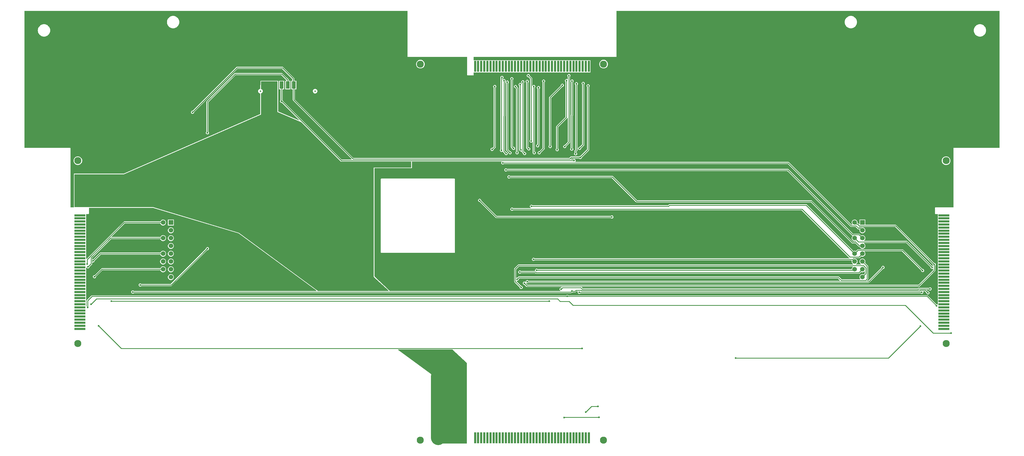
<source format=gbl>
G04*
G04 #@! TF.GenerationSoftware,Altium Limited,Altium Designer,22.11.1 (43)*
G04*
G04 Layer_Physical_Order=2*
G04 Layer_Color=16711680*
%FSLAX25Y25*%
%MOIN*%
G70*
G04*
G04 #@! TF.SameCoordinates,D8721490-EFAD-4B60-BC7D-2FE2E35DC6D6*
G04*
G04*
G04 #@! TF.FilePolarity,Positive*
G04*
G01*
G75*
%ADD12C,0.01000*%
%ADD15R,0.14173X0.02756*%
%ADD16R,0.02756X0.14173*%
%ADD25C,0.18504*%
%ADD26C,0.09055*%
%ADD27C,0.01968*%
%ADD28C,0.12992*%
%ADD29C,0.05906*%
%ADD30R,0.05906X0.05906*%
%ADD31C,0.02362*%
%ADD32R,0.05118X0.09449*%
G36*
X1249574Y443930D02*
X1190945D01*
X1190644Y443805D01*
X1190519Y443504D01*
Y367343D01*
X1167323D01*
X1167022Y367218D01*
X1166897Y366917D01*
Y359436D01*
X1167022Y359135D01*
X1167323Y359010D01*
Y358937D01*
X1170460D01*
Y355093D01*
Y351156D01*
Y347219D01*
Y343282D01*
Y339345D01*
Y335408D01*
Y331471D01*
Y327534D01*
Y323597D01*
Y319660D01*
Y315723D01*
Y311786D01*
Y307849D01*
Y303912D01*
Y299975D01*
Y296038D01*
Y292101D01*
Y288164D01*
Y284227D01*
Y280290D01*
Y276353D01*
Y272416D01*
Y268479D01*
Y264542D01*
Y260605D01*
Y256668D01*
Y252731D01*
Y248794D01*
Y244857D01*
Y243223D01*
X1169960Y242963D01*
X1169414Y243189D01*
X1168913D01*
X1157857Y254245D01*
X1157427Y254533D01*
X1156920Y254633D01*
X697342D01*
X696988Y254988D01*
X696260Y255289D01*
X695472D01*
X694744Y254988D01*
X694390Y254633D01*
X87120D01*
X86613Y254533D01*
X86183Y254245D01*
X80683Y248745D01*
X80396Y248315D01*
X80295Y247808D01*
Y240796D01*
X80040Y240585D01*
X79540Y240796D01*
Y244882D01*
Y248819D01*
Y252756D01*
Y256693D01*
Y260630D01*
Y264567D01*
Y268504D01*
Y272441D01*
Y276378D01*
Y280315D01*
Y284252D01*
Y288189D01*
Y290128D01*
X80040Y290228D01*
X80141Y289986D01*
X80698Y289428D01*
X81426Y289127D01*
X82214D01*
X82942Y289428D01*
X83500Y289986D01*
X83801Y290714D01*
Y291215D01*
X86776Y294190D01*
X87063Y294620D01*
X87164Y295127D01*
Y296501D01*
X87664Y296835D01*
X87926Y296727D01*
X88714D01*
X89442Y297028D01*
X90000Y297586D01*
X90301Y298314D01*
Y298815D01*
X98153Y306667D01*
X174541D01*
X174574Y306544D01*
X175068Y305688D01*
X175767Y304989D01*
X176622Y304495D01*
X177577Y304240D01*
X178565D01*
X179519Y304495D01*
X180375Y304989D01*
X181074Y305688D01*
X181568Y306544D01*
X181824Y307498D01*
Y308486D01*
X181568Y309441D01*
X181074Y310297D01*
X180375Y310995D01*
X179519Y311489D01*
X178565Y311745D01*
X177577D01*
X176622Y311489D01*
X175767Y310995D01*
X175068Y310297D01*
X174574Y309441D01*
X174541Y309318D01*
X97604D01*
X97097Y309217D01*
X96667Y308929D01*
X88427Y300689D01*
X87926D01*
X87664Y300581D01*
X87164Y300915D01*
Y302378D01*
X111453Y326667D01*
X174541D01*
X174574Y326544D01*
X175068Y325688D01*
X175767Y324989D01*
X176622Y324495D01*
X177577Y324239D01*
X178565D01*
X179519Y324495D01*
X180375Y324989D01*
X181074Y325688D01*
X181568Y326544D01*
X181824Y327498D01*
Y328486D01*
X181568Y329441D01*
X181074Y330296D01*
X180375Y330995D01*
X179519Y331489D01*
X178565Y331745D01*
X177577D01*
X176622Y331489D01*
X175767Y330995D01*
X175068Y330296D01*
X174574Y329441D01*
X174541Y329318D01*
X112158D01*
X111966Y329780D01*
X128853Y346667D01*
X174541D01*
X174574Y346544D01*
X175068Y345688D01*
X175767Y344989D01*
X176622Y344495D01*
X177577Y344239D01*
X178565D01*
X179519Y344495D01*
X180375Y344989D01*
X181074Y345688D01*
X181568Y346544D01*
X181824Y347498D01*
Y348486D01*
X181568Y349441D01*
X181074Y350296D01*
X180375Y350995D01*
X179519Y351489D01*
X178565Y351745D01*
X177577D01*
X176622Y351489D01*
X175767Y350995D01*
X175068Y350296D01*
X174574Y349441D01*
X174541Y349318D01*
X128304D01*
X127797Y349217D01*
X127367Y348930D01*
X80040Y301603D01*
X79540Y301809D01*
Y303937D01*
Y307874D01*
Y311811D01*
Y315748D01*
Y319685D01*
Y323622D01*
Y327559D01*
Y331496D01*
Y335433D01*
Y339370D01*
Y343307D01*
Y347244D01*
Y351181D01*
Y355118D01*
Y358962D01*
X82677D01*
Y359035D01*
X82979Y359160D01*
X83103Y359462D01*
Y366914D01*
X165235D01*
X274731Y334038D01*
X374377Y260709D01*
X374221Y260233D01*
X140796D01*
X140442Y260588D01*
X139714Y260889D01*
X138926D01*
X138198Y260588D01*
X137641Y260030D01*
X137339Y259302D01*
Y258514D01*
X137641Y257786D01*
X138198Y257228D01*
X138926Y256927D01*
X139714D01*
X140442Y257228D01*
X140796Y257583D01*
X700539D01*
X701047Y257683D01*
X701477Y257971D01*
X701549Y258043D01*
X701606Y258019D01*
X702394D01*
X703122Y258320D01*
X703237Y258435D01*
X705761D01*
X706268Y258536D01*
X706698Y258823D01*
X707638Y259764D01*
X708870D01*
X709204Y259264D01*
X709096Y259002D01*
Y258214D01*
X709398Y257486D01*
X709955Y256928D01*
X710683Y256627D01*
X711471D01*
X712199Y256928D01*
X712553Y257283D01*
X1148444D01*
X1148798Y256928D01*
X1149526Y256627D01*
X1150314D01*
X1151042Y256928D01*
X1151600Y257486D01*
X1151901Y258214D01*
Y259002D01*
X1151793Y259264D01*
X1152127Y259764D01*
X1153890D01*
X1155739Y257915D01*
Y257414D01*
X1156041Y256686D01*
X1156598Y256129D01*
X1157326Y255827D01*
X1158114D01*
X1158842Y256129D01*
X1159400Y256686D01*
X1159701Y257414D01*
Y258202D01*
X1159400Y258930D01*
X1158842Y259488D01*
X1158114Y259789D01*
X1157613D01*
X1156301Y261102D01*
X1156492Y261564D01*
X1159116D01*
X1159470Y261210D01*
X1160198Y260908D01*
X1160987D01*
X1161715Y261210D01*
X1162272Y261767D01*
X1162574Y262495D01*
Y263283D01*
X1162272Y264011D01*
X1161715Y264569D01*
X1160987Y264870D01*
X1160198D01*
X1159470Y264569D01*
X1159116Y264215D01*
X1145639D01*
X1145132Y264114D01*
X1144702Y263826D01*
X1144409Y263533D01*
X715857D01*
X714511Y264879D01*
X714719Y265379D01*
X1146017D01*
X1146524Y265480D01*
X1146954Y265768D01*
X1166757Y285571D01*
X1167045Y286001D01*
X1167146Y286508D01*
Y292803D01*
X1167500Y293157D01*
X1167801Y293885D01*
Y294673D01*
X1167500Y295401D01*
X1166942Y295958D01*
X1166214Y296260D01*
X1165714D01*
X1117328Y344645D01*
X1116898Y344933D01*
X1116391Y345034D01*
X1077651D01*
Y351745D01*
X1070145D01*
Y346041D01*
X1069683Y345850D01*
X1068365Y347168D01*
X1067935Y347455D01*
X1067651Y347512D01*
Y348486D01*
X1067395Y349441D01*
X1066901Y350296D01*
X1066202Y350995D01*
X1065346Y351489D01*
X1064392Y351745D01*
X1063404D01*
X1062449Y351489D01*
X1061594Y350995D01*
X1060895Y350296D01*
X1060401Y349441D01*
X1060145Y348486D01*
Y347498D01*
X1060401Y346544D01*
X1060895Y345688D01*
X1061056Y345527D01*
X1060865Y345065D01*
X1060194D01*
X979914Y425345D01*
X979484Y425633D01*
X978976Y425734D01*
X706467D01*
X706276Y426195D01*
X706321Y426240D01*
X706622Y426968D01*
Y427757D01*
X706321Y428485D01*
X705763Y429042D01*
X705035Y429344D01*
X704247D01*
X703519Y429042D01*
X703165Y428688D01*
X700492D01*
X700301Y429150D01*
X701325Y430174D01*
X711024D01*
X711378Y429820D01*
X712106Y429519D01*
X712894D01*
X713622Y429820D01*
X714180Y430378D01*
X714481Y431106D01*
Y431607D01*
X723437Y440563D01*
X723725Y440993D01*
X723826Y441500D01*
Y522024D01*
X724180Y522378D01*
X724481Y523106D01*
Y523894D01*
X724180Y524622D01*
X723622Y525179D01*
X722894Y525481D01*
X722106D01*
X721378Y525179D01*
X720821Y524622D01*
X720519Y523894D01*
Y523106D01*
X720821Y522378D01*
X721174Y522024D01*
Y442049D01*
X712607Y433481D01*
X712106D01*
X711378Y433180D01*
X711024Y432826D01*
X700776D01*
X700269Y432725D01*
X699839Y432437D01*
X698344Y430942D01*
X421932D01*
X346982Y505892D01*
Y518885D01*
X349016D01*
Y529934D01*
X346068D01*
Y532758D01*
X345967Y533265D01*
X345680Y533695D01*
X332022Y547352D01*
X331592Y547640D01*
X331085Y547740D01*
X272727D01*
X272220Y547640D01*
X271790Y547352D01*
X215827Y491389D01*
X215326D01*
X214598Y491087D01*
X214041Y490530D01*
X213739Y489802D01*
Y489014D01*
X214041Y488286D01*
X214598Y487729D01*
X215326Y487427D01*
X216114D01*
X216842Y487729D01*
X217400Y488286D01*
X217701Y489014D01*
Y489515D01*
X273276Y545089D01*
X330536D01*
X343417Y532208D01*
Y529934D01*
X342298D01*
Y518885D01*
X344331D01*
Y505343D01*
X344432Y504836D01*
X344720Y504406D01*
X419976Y429150D01*
X419784Y428688D01*
X407003D01*
X331841Y503850D01*
Y503894D01*
X331540Y504622D01*
X331234Y504927D01*
Y518885D01*
X333268D01*
Y529934D01*
X326550D01*
Y518885D01*
X328583D01*
Y505025D01*
X328181Y504622D01*
X327879Y503894D01*
Y503106D01*
X328181Y502378D01*
X328738Y501821D01*
X329466Y501519D01*
X330254D01*
X330374Y501569D01*
X352535Y479408D01*
X352255Y478993D01*
X325409Y490404D01*
Y529134D01*
X325394Y529212D01*
Y529934D01*
X324673D01*
X324594Y529950D01*
X303666D01*
X303587Y529934D01*
X302928D01*
Y529473D01*
X302919Y529460D01*
X302917Y529453D01*
X302913Y529446D01*
X302883Y529297D01*
X302851Y529149D01*
X302666Y519488D01*
X302355D01*
X301604Y519287D01*
X300930Y518898D01*
X300380Y518349D01*
X299992Y517675D01*
X299791Y516924D01*
Y516147D01*
X299992Y515396D01*
X300380Y514722D01*
X300930Y514173D01*
X301604Y513784D01*
X302355Y513583D01*
X302624D01*
Y487034D01*
X127830Y410671D01*
X64567D01*
X64488Y410655D01*
X63767D01*
Y409934D01*
X63751Y409855D01*
Y367729D01*
X63400Y367368D01*
X59481D01*
Y443504D01*
X59356Y443805D01*
X59055Y443930D01*
X426D01*
Y619579D01*
X491109D01*
Y561011D01*
X491234Y560710D01*
X491536Y560585D01*
Y560511D01*
X567684D01*
Y537389D01*
X567809Y537088D01*
X568110Y536963D01*
Y536889D01*
X575590D01*
Y536963D01*
X575892Y537088D01*
X576017Y537389D01*
Y540526D01*
X725603D01*
Y556300D01*
X576017D01*
Y560511D01*
X758465D01*
Y560585D01*
X758766Y560710D01*
X758891Y561011D01*
Y619579D01*
X1249574D01*
Y443930D01*
D02*
G37*
G36*
X611554Y425575D02*
X611509Y425530D01*
X611208Y424802D01*
Y424014D01*
X611509Y423286D01*
X612067Y422728D01*
X612795Y422427D01*
X613583D01*
X614311Y422728D01*
X614665Y423083D01*
X978427D01*
X1058708Y342802D01*
X1059138Y342515D01*
X1059645Y342414D01*
X1065071D01*
X1068114Y339371D01*
X1068544Y339084D01*
X1069051Y338983D01*
X1069867D01*
X1070172Y338586D01*
X1070145Y338486D01*
Y337498D01*
X1070401Y336544D01*
X1070895Y335688D01*
X1071593Y334989D01*
X1072449Y334495D01*
X1073404Y334240D01*
X1074392D01*
X1075346Y334495D01*
X1076202Y334989D01*
X1076901Y335688D01*
X1077395Y336544D01*
X1077651Y337498D01*
Y338486D01*
X1077395Y339441D01*
X1076901Y340297D01*
X1076202Y340995D01*
X1075346Y341489D01*
X1074392Y341745D01*
X1073404D01*
X1072449Y341489D01*
X1072291Y341398D01*
X1072089Y341533D01*
X1071582Y341634D01*
X1069601D01*
X1069167Y342068D01*
X1069426Y342457D01*
X1069461Y342480D01*
X1069950Y342383D01*
X1069951Y342383D01*
X1115842D01*
X1163839Y294386D01*
Y293885D01*
X1164141Y293157D01*
X1164320Y292977D01*
X1164288Y292567D01*
X1163827Y292276D01*
X1163714Y292323D01*
X1163214D01*
X1131591Y323945D01*
X1131161Y324233D01*
X1130654Y324334D01*
X1076066D01*
X1075932Y324833D01*
X1076202Y324989D01*
X1076901Y325688D01*
X1077395Y326544D01*
X1077651Y327498D01*
Y328486D01*
X1077395Y329441D01*
X1076901Y330296D01*
X1076202Y330995D01*
X1075346Y331489D01*
X1074392Y331745D01*
X1073404D01*
X1072449Y331489D01*
X1072339Y331426D01*
X1070519Y333245D01*
X1070089Y333533D01*
X1069582Y333633D01*
X1061869D01*
X979057Y416445D01*
X978627Y416733D01*
X978120Y416833D01*
X618602D01*
X618248Y417188D01*
X617520Y417489D01*
X616732D01*
X616004Y417188D01*
X615446Y416630D01*
X615145Y415902D01*
Y415114D01*
X615446Y414386D01*
X616004Y413829D01*
X616732Y413527D01*
X617520D01*
X618248Y413829D01*
X618602Y414183D01*
X977571D01*
X1060383Y331371D01*
X1060813Y331083D01*
X1060948Y331057D01*
X1061112Y330514D01*
X1060895Y330296D01*
X1060401Y329441D01*
X1060145Y328486D01*
Y327498D01*
X1060401Y326544D01*
X1060895Y325688D01*
X1061594Y324989D01*
X1062449Y324495D01*
X1063404Y324239D01*
X1064392D01*
X1065346Y324495D01*
X1065457Y324559D01*
X1065935Y324081D01*
X1065688Y323620D01*
X1065620Y323634D01*
X1061869D01*
X1009357Y376145D01*
X1008927Y376433D01*
X1008420Y376534D01*
X785469D01*
X754457Y407545D01*
X754027Y407833D01*
X753520Y407934D01*
X622539D01*
X622185Y408287D01*
X621457Y408589D01*
X620669D01*
X619941Y408287D01*
X619383Y407730D01*
X619082Y407002D01*
Y406214D01*
X619383Y405486D01*
X619941Y404928D01*
X620669Y404627D01*
X621457D01*
X622185Y404928D01*
X622539Y405283D01*
X752971D01*
X783983Y374271D01*
X784413Y373983D01*
X784920Y373883D01*
X1007871D01*
X1060383Y321371D01*
X1060813Y321083D01*
X1061320Y320983D01*
X1065071D01*
X1068999Y317055D01*
X1069429Y316768D01*
X1069936Y316667D01*
X1070368D01*
X1070401Y316544D01*
X1070895Y315688D01*
X1071593Y314989D01*
X1072449Y314495D01*
X1073404Y314240D01*
X1074392D01*
X1075346Y314495D01*
X1076202Y314989D01*
X1076901Y315688D01*
X1077395Y316544D01*
X1077651Y317498D01*
Y318486D01*
X1077395Y319441D01*
X1076901Y320297D01*
X1076202Y320995D01*
X1075877Y321183D01*
X1076011Y321683D01*
X1130105D01*
X1161339Y290449D01*
Y289948D01*
X1161641Y289220D01*
X1162198Y288663D01*
X1162926Y288361D01*
X1163714D01*
X1163995Y288477D01*
X1164495Y288143D01*
Y287057D01*
X1145468Y268030D01*
X644700D01*
X642928Y269803D01*
X642963Y270028D01*
X643090Y270118D01*
X643506Y270267D01*
X644106Y270019D01*
X644894D01*
X645622Y270321D01*
X645884Y270583D01*
X1081820D01*
X1082327Y270684D01*
X1082757Y270971D01*
X1100148Y288361D01*
X1100648D01*
X1101376Y288663D01*
X1101934Y289220D01*
X1102235Y289948D01*
Y290736D01*
X1101934Y291464D01*
X1101376Y292021D01*
X1100648Y292323D01*
X1099860D01*
X1099132Y292021D01*
X1098575Y291464D01*
X1098273Y290736D01*
Y290235D01*
X1081271Y273234D01*
X1080173D01*
X1079982Y273695D01*
X1080957Y274671D01*
X1081245Y275101D01*
X1081346Y275608D01*
Y291870D01*
X1081245Y292377D01*
X1080957Y292807D01*
X1077331Y296433D01*
X1077395Y296544D01*
X1077651Y297498D01*
Y298486D01*
X1077395Y299441D01*
X1076901Y300296D01*
X1076202Y300995D01*
X1075346Y301489D01*
X1074392Y301745D01*
X1073404D01*
X1072449Y301489D01*
X1071593Y300995D01*
X1070895Y300296D01*
X1070401Y299441D01*
X1070145Y298486D01*
Y297498D01*
X1070401Y296544D01*
X1070895Y295688D01*
X1071593Y294989D01*
X1072210Y294634D01*
X1072076Y294133D01*
X1065720D01*
X1065586Y294634D01*
X1066202Y294989D01*
X1066901Y295688D01*
X1067395Y296544D01*
X1067651Y297498D01*
Y298486D01*
X1067395Y299441D01*
X1066901Y300296D01*
X1066202Y300995D01*
X1065346Y301489D01*
X1064392Y301745D01*
X1063404D01*
X1062449Y301489D01*
X1062339Y301426D01*
X1062019Y301745D01*
X1061814Y301883D01*
X1061965Y302383D01*
X1069613D01*
X1070121Y302484D01*
X1070551Y302771D01*
X1072339Y304559D01*
X1072449Y304495D01*
X1073404Y304240D01*
X1074392D01*
X1075346Y304495D01*
X1076202Y304989D01*
X1076901Y305688D01*
X1077395Y306544D01*
X1077651Y307498D01*
Y308486D01*
X1077395Y309441D01*
X1076901Y310297D01*
X1076676Y310521D01*
X1076868Y310983D01*
X1124568D01*
X1149039Y286512D01*
Y286011D01*
X1149341Y285283D01*
X1149898Y284725D01*
X1150626Y284424D01*
X1151414D01*
X1152142Y284725D01*
X1152700Y285283D01*
X1153001Y286011D01*
Y286799D01*
X1152700Y287527D01*
X1152142Y288085D01*
X1151414Y288386D01*
X1150914D01*
X1126054Y313245D01*
X1125624Y313533D01*
X1125117Y313633D01*
X1068213D01*
X1067706Y313533D01*
X1067276Y313245D01*
X1065457Y311426D01*
X1065346Y311489D01*
X1064392Y311745D01*
X1063404D01*
X1062449Y311489D01*
X1062339Y311426D01*
X1002719Y371045D01*
X1002289Y371333D01*
X1001782Y371433D01*
X826659D01*
X826152Y371333D01*
X825722Y371045D01*
X824837Y370161D01*
X651371D01*
X651017Y370515D01*
X650289Y370816D01*
X649501D01*
X648773Y370515D01*
X648215Y369957D01*
X647914Y369229D01*
Y368441D01*
X648215Y367713D01*
X648773Y367156D01*
X649309Y366933D01*
X649210Y366434D01*
X626476D01*
X626122Y366788D01*
X625394Y367089D01*
X624606D01*
X623878Y366788D01*
X623320Y366230D01*
X623019Y365502D01*
Y364714D01*
X623320Y363986D01*
X623878Y363428D01*
X624606Y363127D01*
X625394D01*
X626122Y363428D01*
X626476Y363783D01*
X995871D01*
X1056883Y302771D01*
X1057088Y302634D01*
X1056937Y302133D01*
X654035D01*
X653681Y302487D01*
X652953Y302789D01*
X652165D01*
X651437Y302487D01*
X650880Y301930D01*
X650578Y301202D01*
Y300414D01*
X650880Y299686D01*
X651437Y299129D01*
X652165Y298827D01*
X652953D01*
X653681Y299129D01*
X654035Y299483D01*
X1059894D01*
X1060278Y298983D01*
X1060145Y298486D01*
Y297498D01*
X1060401Y296544D01*
X1060895Y295688D01*
X1061594Y294989D01*
X1062210Y294634D01*
X1062076Y294133D01*
X633320D01*
X632813Y294033D01*
X632383Y293745D01*
X628083Y289445D01*
X627796Y289015D01*
X627695Y288508D01*
Y272508D01*
X627796Y272001D01*
X628083Y271571D01*
X634830Y264824D01*
Y264323D01*
X635131Y263595D01*
X635689Y263038D01*
X636417Y262736D01*
X637205D01*
X637933Y263038D01*
X638490Y263595D01*
X638792Y264323D01*
Y265111D01*
X638490Y265839D01*
X637933Y266397D01*
X637205Y266698D01*
X636704D01*
X630598Y272804D01*
X630882Y273228D01*
X631126Y273127D01*
X631914D01*
X632642Y273429D01*
X633200Y273986D01*
X633501Y274714D01*
Y275215D01*
X634500Y276214D01*
X1042440D01*
X1044958Y273695D01*
X1044767Y273234D01*
X646068D01*
X645622Y273679D01*
X644894Y273981D01*
X644106D01*
X643378Y273679D01*
X642821Y273122D01*
X642519Y272394D01*
Y271846D01*
X642019Y271639D01*
X641870Y271788D01*
X641142Y272089D01*
X640354D01*
X639626Y271788D01*
X639069Y271230D01*
X638767Y270502D01*
Y269714D01*
X639069Y268986D01*
X639626Y268428D01*
X640354Y268127D01*
X640855D01*
X643214Y265768D01*
X643644Y265480D01*
X644151Y265379D01*
X688309D01*
X688516Y264879D01*
X688099Y264462D01*
X687598D01*
X686870Y264161D01*
X686313Y263603D01*
X686011Y262875D01*
Y262087D01*
X686313Y261359D01*
X686870Y260802D01*
X687034Y260734D01*
X686935Y260233D01*
X468210D01*
X468192Y260241D01*
X468053Y260354D01*
X467822Y260715D01*
X467820Y260722D01*
X467821Y260731D01*
X467786Y260878D01*
X467754Y261026D01*
X467749Y261032D01*
X467747Y261040D01*
X467658Y261163D01*
X467572Y261287D01*
X467565Y261291D01*
X467560Y261298D01*
X448816Y278647D01*
Y417684D01*
X496000D01*
X496312Y417746D01*
X496577Y417923D01*
X496754Y418188D01*
X496816Y418500D01*
Y426037D01*
X611363D01*
X611554Y425575D01*
D02*
G37*
G36*
X1061577Y291090D02*
X1061581Y290983D01*
X1060895Y290297D01*
X1060401Y289441D01*
X1060145Y288486D01*
Y287993D01*
X657972D01*
X657618Y288347D01*
X656890Y288649D01*
X656102D01*
X655374Y288347D01*
X654817Y287790D01*
X654515Y287062D01*
Y286274D01*
X654529Y286241D01*
X654251Y285825D01*
X636476D01*
X636122Y286179D01*
X635394Y286481D01*
X634606D01*
X633878Y286179D01*
X633321Y285622D01*
X633019Y284894D01*
Y284106D01*
X633321Y283378D01*
X633878Y282821D01*
X634606Y282519D01*
X635394D01*
X636122Y282821D01*
X636476Y283174D01*
X654606D01*
X654978Y282802D01*
X655408Y282515D01*
X655916Y282414D01*
X1069645D01*
X1070152Y282515D01*
X1070582Y282802D01*
X1072339Y284559D01*
X1072449Y284495D01*
X1073404Y284240D01*
X1074392D01*
X1075346Y284495D01*
X1076202Y284989D01*
X1076433Y285220D01*
X1076895Y285029D01*
Y282864D01*
X1075457Y281426D01*
X1075346Y281489D01*
X1074392Y281745D01*
X1073404D01*
X1072449Y281489D01*
X1071593Y280995D01*
X1070895Y280296D01*
X1070401Y279441D01*
X1070145Y278486D01*
Y277498D01*
X1070401Y276544D01*
X1070895Y275688D01*
X1071087Y275495D01*
X1070896Y275033D01*
X1047369D01*
X1043926Y278476D01*
X1043496Y278764D01*
X1042989Y278865D01*
X633951D01*
X633444Y278764D01*
X633014Y278476D01*
X631627Y277089D01*
X631126D01*
X630846Y276973D01*
X630346Y277307D01*
Y287959D01*
X633869Y291483D01*
X1061472D01*
X1061577Y291090D01*
D02*
G37*
G36*
X324594Y489864D02*
X355004Y476939D01*
X405517Y426425D01*
X405947Y426138D01*
X406454Y426037D01*
X496000D01*
Y418500D01*
X448000D01*
Y278291D01*
X467006Y260699D01*
X466824Y260233D01*
X376399D01*
X275101Y334778D01*
X165354Y367729D01*
X64567D01*
Y409855D01*
X128000D01*
X303439Y486500D01*
Y513665D01*
X303883Y513784D01*
X304556Y514173D01*
X305106Y514722D01*
X305495Y515396D01*
X305696Y516147D01*
Y516924D01*
X305495Y517675D01*
X305106Y518349D01*
X304556Y518898D01*
X303883Y519287D01*
X303481Y519395D01*
X303666Y529134D01*
X324594D01*
Y489864D01*
D02*
G37*
G36*
X567323Y167848D02*
X567323Y64567D01*
X525197D01*
Y150734D01*
X478894Y184808D01*
X479050Y185283D01*
X548487D01*
X567323Y167848D01*
D02*
G37*
%LPC*%
G36*
X1059753Y613021D02*
X1058357D01*
X1058278Y613005D01*
X1058198D01*
X1056829Y612733D01*
X1056755Y612702D01*
X1056676Y612686D01*
X1055386Y612152D01*
X1055319Y612107D01*
X1055245Y612077D01*
X1054084Y611301D01*
X1054028Y611244D01*
X1053961Y611200D01*
X1052974Y610213D01*
X1052929Y610146D01*
X1052872Y610089D01*
X1052097Y608928D01*
X1052066Y608854D01*
X1052022Y608787D01*
X1051487Y607498D01*
X1051472Y607419D01*
X1051441Y607344D01*
X1051169Y605975D01*
Y605895D01*
X1051153Y605816D01*
Y604420D01*
X1051169Y604342D01*
Y604261D01*
X1051441Y602892D01*
X1051472Y602818D01*
X1051487Y602739D01*
X1052022Y601449D01*
X1052066Y601382D01*
X1052097Y601308D01*
X1052872Y600148D01*
X1052929Y600091D01*
X1052974Y600024D01*
X1053961Y599037D01*
X1054028Y598992D01*
X1054084Y598936D01*
X1055245Y598160D01*
X1055319Y598129D01*
X1055386Y598085D01*
X1056676Y597550D01*
X1056755Y597535D01*
X1056829Y597504D01*
X1058198Y597232D01*
X1058278D01*
X1058357Y597216D01*
X1059753D01*
X1059832Y597232D01*
X1059912D01*
X1061281Y597504D01*
X1061356Y597535D01*
X1061434Y597550D01*
X1062724Y598085D01*
X1062791Y598129D01*
X1062865Y598160D01*
X1064026Y598936D01*
X1064083Y598992D01*
X1064149Y599037D01*
X1065137Y600024D01*
X1065181Y600091D01*
X1065238Y600148D01*
X1066013Y601308D01*
X1066044Y601382D01*
X1066089Y601449D01*
X1066623Y602739D01*
X1066639Y602818D01*
X1066669Y602892D01*
X1066942Y604261D01*
Y604342D01*
X1066957Y604420D01*
Y605816D01*
X1066942Y605895D01*
Y605975D01*
X1066669Y607344D01*
X1066639Y607419D01*
X1066623Y607498D01*
X1066089Y608787D01*
X1066044Y608854D01*
X1066013Y608928D01*
X1065238Y610089D01*
X1065181Y610146D01*
X1065137Y610213D01*
X1064149Y611200D01*
X1064083Y611244D01*
X1064026Y611301D01*
X1062865Y612077D01*
X1062791Y612107D01*
X1062724Y612152D01*
X1061434Y612686D01*
X1061356Y612702D01*
X1061281Y612733D01*
X1059912Y613005D01*
X1059832D01*
X1059753Y613021D01*
D02*
G37*
G36*
X191643D02*
X190247D01*
X190168Y613005D01*
X190088D01*
X188719Y612733D01*
X188645Y612702D01*
X188566Y612686D01*
X187276Y612152D01*
X187209Y612107D01*
X187135Y612077D01*
X185974Y611301D01*
X185917Y611244D01*
X185851Y611200D01*
X184864Y610213D01*
X184819Y610146D01*
X184762Y610089D01*
X183987Y608928D01*
X183956Y608854D01*
X183911Y608787D01*
X183377Y607498D01*
X183361Y607419D01*
X183331Y607344D01*
X183058Y605975D01*
Y605895D01*
X183043Y605816D01*
Y604420D01*
X183058Y604342D01*
Y604261D01*
X183331Y602892D01*
X183361Y602818D01*
X183377Y602739D01*
X183911Y601449D01*
X183956Y601382D01*
X183987Y601308D01*
X184762Y600148D01*
X184819Y600091D01*
X184864Y600024D01*
X185851Y599037D01*
X185917Y598992D01*
X185974Y598936D01*
X187135Y598160D01*
X187209Y598129D01*
X187276Y598085D01*
X188566Y597550D01*
X188645Y597535D01*
X188719Y597504D01*
X190088Y597232D01*
X190168D01*
X190247Y597216D01*
X191643D01*
X191722Y597232D01*
X191802D01*
X193171Y597504D01*
X193245Y597535D01*
X193324Y597550D01*
X194614Y598085D01*
X194681Y598129D01*
X194755Y598160D01*
X195915Y598936D01*
X195972Y598992D01*
X196039Y599037D01*
X197026Y600024D01*
X197071Y600091D01*
X197128Y600148D01*
X197903Y601308D01*
X197934Y601382D01*
X197979Y601449D01*
X198513Y602739D01*
X198528Y602818D01*
X198559Y602892D01*
X198831Y604261D01*
Y604342D01*
X198847Y604420D01*
Y605816D01*
X198831Y605895D01*
Y605975D01*
X198559Y607344D01*
X198528Y607419D01*
X198513Y607498D01*
X197979Y608787D01*
X197934Y608854D01*
X197903Y608928D01*
X197128Y610089D01*
X197071Y610146D01*
X197026Y610213D01*
X196039Y611200D01*
X195972Y611244D01*
X195915Y611301D01*
X194755Y612077D01*
X194681Y612107D01*
X194614Y612152D01*
X193324Y612686D01*
X193245Y612702D01*
X193171Y612733D01*
X191802Y613005D01*
X191722D01*
X191643Y613021D01*
D02*
G37*
G36*
X1225107Y602391D02*
X1223711D01*
X1223633Y602375D01*
X1223552D01*
X1222183Y602103D01*
X1222109Y602072D01*
X1222030Y602056D01*
X1220741Y601522D01*
X1220674Y601477D01*
X1220600Y601447D01*
X1219439Y600671D01*
X1219382Y600614D01*
X1219315Y600570D01*
X1218328Y599583D01*
X1218283Y599516D01*
X1218227Y599459D01*
X1217451Y598298D01*
X1217420Y598224D01*
X1217376Y598157D01*
X1216842Y596868D01*
X1216826Y596789D01*
X1216795Y596715D01*
X1216523Y595345D01*
Y595265D01*
X1216507Y595186D01*
Y593790D01*
X1216523Y593712D01*
Y593631D01*
X1216795Y592262D01*
X1216826Y592188D01*
X1216842Y592109D01*
X1217376Y590819D01*
X1217420Y590753D01*
X1217451Y590678D01*
X1218227Y589518D01*
X1218284Y589461D01*
X1218328Y589394D01*
X1219315Y588407D01*
X1219382Y588362D01*
X1219439Y588306D01*
X1220600Y587530D01*
X1220674Y587499D01*
X1220741Y587455D01*
X1222030Y586920D01*
X1222109Y586905D01*
X1222183Y586874D01*
X1223552Y586602D01*
X1223633D01*
X1223711Y586586D01*
X1225107D01*
X1225186Y586602D01*
X1225267D01*
X1226636Y586874D01*
X1226710Y586905D01*
X1226789Y586920D01*
X1228078Y587455D01*
X1228145Y587499D01*
X1228219Y587530D01*
X1229380Y588306D01*
X1229437Y588362D01*
X1229504Y588407D01*
X1230491Y589394D01*
X1230535Y589461D01*
X1230592Y589518D01*
X1231368Y590678D01*
X1231398Y590753D01*
X1231443Y590819D01*
X1231977Y592109D01*
X1231993Y592188D01*
X1232024Y592262D01*
X1232296Y593631D01*
Y593712D01*
X1232312Y593790D01*
Y595186D01*
X1232296Y595265D01*
Y595345D01*
X1232024Y596715D01*
X1231993Y596789D01*
X1231977Y596868D01*
X1231443Y598157D01*
X1231398Y598224D01*
X1231368Y598298D01*
X1230592Y599459D01*
X1230535Y599516D01*
X1230491Y599583D01*
X1229504Y600570D01*
X1229437Y600614D01*
X1229380Y600671D01*
X1228219Y601447D01*
X1228145Y601477D01*
X1228078Y601522D01*
X1226789Y602056D01*
X1226710Y602072D01*
X1226636Y602103D01*
X1225267Y602375D01*
X1225186D01*
X1225107Y602391D01*
D02*
G37*
G36*
X26289D02*
X24893D01*
X24814Y602375D01*
X24734D01*
X23364Y602103D01*
X23290Y602072D01*
X23211Y602056D01*
X21922Y601522D01*
X21855Y601477D01*
X21781Y601447D01*
X20620Y600671D01*
X20563Y600614D01*
X20496Y600570D01*
X19509Y599583D01*
X19465Y599516D01*
X19408Y599459D01*
X18632Y598298D01*
X18602Y598224D01*
X18557Y598157D01*
X18023Y596868D01*
X18007Y596789D01*
X17976Y596715D01*
X17704Y595345D01*
Y595265D01*
X17688Y595186D01*
Y593790D01*
X17704Y593712D01*
Y593631D01*
X17976Y592262D01*
X18007Y592188D01*
X18023Y592109D01*
X18557Y590819D01*
X18602Y590753D01*
X18632Y590678D01*
X19408Y589518D01*
X19465Y589461D01*
X19509Y589394D01*
X20496Y588407D01*
X20563Y588362D01*
X20620Y588306D01*
X21781Y587530D01*
X21855Y587499D01*
X21922Y587455D01*
X23211Y586920D01*
X23290Y586905D01*
X23364Y586874D01*
X24734Y586602D01*
X24814D01*
X24893Y586586D01*
X26289D01*
X26367Y586602D01*
X26448D01*
X27817Y586874D01*
X27891Y586905D01*
X27970Y586920D01*
X29259Y587455D01*
X29326Y587499D01*
X29401Y587530D01*
X30561Y588306D01*
X30618Y588362D01*
X30685Y588407D01*
X31672Y589394D01*
X31717Y589461D01*
X31773Y589518D01*
X32549Y590678D01*
X32580Y590753D01*
X32624Y590819D01*
X33158Y592109D01*
X33174Y592188D01*
X33205Y592262D01*
X33477Y593631D01*
Y593712D01*
X33493Y593790D01*
Y595186D01*
X33477Y595265D01*
Y595345D01*
X33205Y596715D01*
X33174Y596789D01*
X33158Y596868D01*
X32624Y598157D01*
X32580Y598224D01*
X32549Y598298D01*
X31773Y599459D01*
X31716Y599516D01*
X31672Y599583D01*
X30685Y600570D01*
X30618Y600614D01*
X30561Y600671D01*
X29401Y601447D01*
X29326Y601477D01*
X29259Y601522D01*
X27970Y602056D01*
X27891Y602072D01*
X27817Y602103D01*
X26448Y602375D01*
X26367D01*
X26289Y602391D01*
D02*
G37*
G36*
X743048Y556681D02*
X741597D01*
X740195Y556305D01*
X738938Y555579D01*
X737912Y554553D01*
X737186Y553296D01*
X736811Y551895D01*
Y550443D01*
X737186Y549041D01*
X737912Y547785D01*
X738938Y546758D01*
X740195Y546033D01*
X741597Y545657D01*
X743048D01*
X744450Y546033D01*
X745707Y546758D01*
X746733Y547785D01*
X747459Y549041D01*
X747834Y550443D01*
Y551895D01*
X747459Y553296D01*
X746733Y554553D01*
X745707Y555579D01*
X744450Y556305D01*
X743048Y556681D01*
D02*
G37*
G36*
X508403D02*
X506952D01*
X505550Y556305D01*
X504293Y555579D01*
X503267Y554553D01*
X502541Y553296D01*
X502165Y551895D01*
Y550443D01*
X502541Y549041D01*
X503267Y547785D01*
X504293Y546758D01*
X505550Y546033D01*
X506952Y545657D01*
X508403D01*
X509805Y546033D01*
X511061Y546758D01*
X512088Y547785D01*
X512813Y549041D01*
X513189Y550443D01*
Y551895D01*
X512813Y553296D01*
X512088Y554553D01*
X511061Y555579D01*
X509805Y556305D01*
X508403Y556681D01*
D02*
G37*
G36*
X698394Y538481D02*
X697606D01*
X696878Y538179D01*
X696320Y537622D01*
X696019Y536894D01*
Y536106D01*
X696320Y535378D01*
X696674Y535024D01*
Y531780D01*
X696213Y531589D01*
X696122Y531679D01*
X695394Y531981D01*
X694606D01*
X693878Y531679D01*
X693321Y531122D01*
X693019Y530394D01*
Y529606D01*
X693321Y528878D01*
X693675Y528524D01*
Y483550D01*
X682063Y471939D01*
X681775Y471509D01*
X681674Y471001D01*
Y442976D01*
X681320Y442622D01*
X681019Y441894D01*
Y441106D01*
X681320Y440378D01*
X681878Y439820D01*
X682606Y439519D01*
X683394D01*
X684122Y439820D01*
X684680Y440378D01*
X684981Y441106D01*
Y441894D01*
X684680Y442622D01*
X684326Y442976D01*
Y470452D01*
X695937Y482064D01*
X696174Y482419D01*
X696494Y482399D01*
X696674Y482336D01*
Y451549D01*
X692607Y447481D01*
X692106D01*
X691378Y447180D01*
X690821Y446622D01*
X690519Y445894D01*
Y445106D01*
X690821Y444378D01*
X691378Y443820D01*
X692106Y443519D01*
X692894D01*
X693622Y443820D01*
X694179Y444378D01*
X694481Y445106D01*
Y445607D01*
X698937Y450063D01*
X699225Y450493D01*
X699326Y451000D01*
Y535024D01*
X699680Y535378D01*
X699981Y536106D01*
Y536894D01*
X699680Y537622D01*
X699122Y538179D01*
X698394Y538481D01*
D02*
G37*
G36*
X639394Y530481D02*
X638606D01*
X637878Y530180D01*
X637321Y529622D01*
X637019Y528894D01*
Y528106D01*
X637321Y527378D01*
X637675Y527024D01*
Y526234D01*
X637203Y526128D01*
X637175Y526127D01*
X636622Y526680D01*
X635894Y526981D01*
X635106D01*
X634378Y526680D01*
X633820Y526122D01*
X633519Y525394D01*
Y524606D01*
X633820Y523878D01*
X634174Y523524D01*
Y442369D01*
X634275Y441861D01*
X634545Y441458D01*
X634519Y441394D01*
Y440606D01*
X634821Y439878D01*
X635378Y439321D01*
X636106Y439019D01*
X636894D01*
X637175Y439135D01*
X637675Y438801D01*
Y438500D01*
X637775Y437993D01*
X638063Y437563D01*
X639254Y436372D01*
Y435971D01*
X639555Y435243D01*
X640113Y434685D01*
X640841Y434384D01*
X641629D01*
X642357Y434685D01*
X642914Y435243D01*
X643216Y435971D01*
Y436759D01*
X642914Y437487D01*
X642357Y438044D01*
X641629Y438346D01*
X641029D01*
X640325Y439049D01*
Y527024D01*
X640680Y527378D01*
X640981Y528106D01*
Y528894D01*
X640680Y529622D01*
X640122Y530180D01*
X639394Y530481D01*
D02*
G37*
G36*
X330091Y539825D02*
X270521D01*
X270014Y539725D01*
X269584Y539437D01*
X234063Y503916D01*
X233775Y503486D01*
X233675Y502979D01*
Y464476D01*
X233320Y464122D01*
X233019Y463394D01*
Y462606D01*
X233320Y461878D01*
X233878Y461320D01*
X234606Y461019D01*
X235394D01*
X236122Y461320D01*
X236680Y461878D01*
X236981Y462606D01*
Y463394D01*
X236680Y464122D01*
X236326Y464476D01*
Y502430D01*
X271070Y537175D01*
X329542D01*
X334345Y532371D01*
X334346Y532371D01*
X336282Y530434D01*
X336075Y529934D01*
X334424D01*
Y518885D01*
X341142D01*
Y529934D01*
X339108D01*
Y530808D01*
X339007Y531315D01*
X338720Y531745D01*
X336220Y534245D01*
X336220Y534245D01*
X331028Y539437D01*
X330598Y539725D01*
X330091Y539825D01*
D02*
G37*
G36*
X373211Y519488D02*
X372433D01*
X371682Y519287D01*
X371009Y518898D01*
X370459Y518349D01*
X370071Y517675D01*
X369869Y516924D01*
Y516147D01*
X370071Y515396D01*
X370459Y514722D01*
X371009Y514173D01*
X371682Y513784D01*
X372433Y513583D01*
X373211D01*
X373962Y513784D01*
X374635Y514173D01*
X375185Y514722D01*
X375574Y515396D01*
X375775Y516147D01*
Y516924D01*
X375574Y517675D01*
X375185Y518349D01*
X374635Y518898D01*
X373962Y519287D01*
X373211Y519488D01*
D02*
G37*
G36*
X659394Y522981D02*
X658606D01*
X657878Y522680D01*
X657320Y522122D01*
X657019Y521394D01*
Y520606D01*
X657320Y519878D01*
X657675Y519524D01*
Y449049D01*
X656977Y448351D01*
X656830Y448132D01*
X656320Y447622D01*
X656019Y446894D01*
Y446106D01*
X656320Y445378D01*
X656878Y444820D01*
X657606Y444519D01*
X658394D01*
X659122Y444820D01*
X659680Y445378D01*
X659981Y446106D01*
Y446894D01*
X659772Y447398D01*
X659937Y447563D01*
X660225Y447993D01*
X660325Y448500D01*
Y519524D01*
X660679Y519878D01*
X660981Y520606D01*
Y521394D01*
X660679Y522122D01*
X660122Y522680D01*
X659394Y522981D01*
D02*
G37*
G36*
X603394Y524481D02*
X602606D01*
X601878Y524180D01*
X601321Y523622D01*
X601019Y522894D01*
Y522106D01*
X601321Y521378D01*
X601675Y521024D01*
Y445549D01*
X600000Y443874D01*
X599860Y443932D01*
X599072D01*
X598344Y443630D01*
X597787Y443073D01*
X597485Y442345D01*
Y441557D01*
X597787Y440829D01*
X598344Y440271D01*
X599072Y439970D01*
X599860D01*
X600589Y440271D01*
X601146Y440829D01*
X601447Y441557D01*
Y441573D01*
X603937Y444063D01*
X604225Y444493D01*
X604325Y445000D01*
Y521024D01*
X604679Y521378D01*
X604981Y522106D01*
Y522894D01*
X604679Y523622D01*
X604122Y524180D01*
X603394Y524481D01*
D02*
G37*
G36*
X689894Y525981D02*
X689106D01*
X688378Y525679D01*
X687820Y525122D01*
X687519Y524394D01*
Y523893D01*
X673063Y509437D01*
X672775Y509007D01*
X672675Y508500D01*
Y446976D01*
X672321Y446622D01*
X672019Y445894D01*
Y445106D01*
X672321Y444378D01*
X672878Y443820D01*
X673606Y443519D01*
X674394D01*
X675122Y443820D01*
X675679Y444378D01*
X675981Y445106D01*
Y445894D01*
X675679Y446622D01*
X675325Y446976D01*
Y507951D01*
X689393Y522019D01*
X689894D01*
X690622Y522321D01*
X691180Y522878D01*
X691481Y523606D01*
Y524394D01*
X691180Y525122D01*
X690622Y525679D01*
X689894Y525981D01*
D02*
G37*
G36*
X716660Y528427D02*
X715871D01*
X715143Y528126D01*
X714586Y527568D01*
X714285Y526840D01*
Y526052D01*
X714586Y525324D01*
X714940Y524970D01*
Y448315D01*
X711607Y444981D01*
X711106D01*
X710378Y444679D01*
X709821Y444122D01*
X709519Y443394D01*
Y442606D01*
X709821Y441878D01*
X710378Y441321D01*
X711106Y441019D01*
X711894D01*
X712622Y441321D01*
X713179Y441878D01*
X713481Y442606D01*
Y443107D01*
X717203Y446828D01*
X717490Y447258D01*
X717591Y447766D01*
Y524970D01*
X717945Y525324D01*
X718247Y526052D01*
Y526840D01*
X717945Y527568D01*
X717388Y528126D01*
X716660Y528427D01*
D02*
G37*
G36*
X625197Y534449D02*
X624409D01*
X623681Y534148D01*
X623124Y533590D01*
X622822Y532862D01*
Y532074D01*
X623124Y531346D01*
X623478Y530992D01*
Y445197D01*
X623579Y444690D01*
X623866Y444260D01*
X625019Y443107D01*
Y442606D01*
X625320Y441878D01*
X625878Y441321D01*
X626606Y441019D01*
X627394D01*
X628122Y441321D01*
X628680Y441878D01*
X628981Y442606D01*
Y443394D01*
X628680Y444122D01*
X628122Y444679D01*
X627394Y444981D01*
X626893D01*
X626128Y445746D01*
Y530992D01*
X626482Y531346D01*
X626784Y532074D01*
Y532862D01*
X626482Y533590D01*
X625925Y534148D01*
X625197Y534449D01*
D02*
G37*
G36*
X644894Y530981D02*
X644106D01*
X643378Y530680D01*
X642821Y530122D01*
X642519Y529394D01*
Y528606D01*
X642821Y527878D01*
X643175Y527524D01*
Y444000D01*
X643275Y443493D01*
X643563Y443063D01*
X644519Y442107D01*
Y442106D01*
X644820Y441378D01*
X645378Y440821D01*
X646106Y440519D01*
X646894D01*
X647622Y440821D01*
X648179Y441378D01*
X648481Y442106D01*
Y442894D01*
X648179Y443622D01*
X647622Y444179D01*
X646894Y444481D01*
X646106D01*
X645825Y444906D01*
Y527524D01*
X646179Y527878D01*
X646481Y528606D01*
Y529394D01*
X646179Y530122D01*
X645622Y530680D01*
X644894Y530981D01*
D02*
G37*
G36*
X702394Y531481D02*
X701606D01*
X700878Y531180D01*
X700320Y530622D01*
X700019Y529894D01*
Y529106D01*
X700320Y528378D01*
X700674Y528024D01*
Y486419D01*
X700563Y486307D01*
X700275Y485877D01*
X700175Y485370D01*
Y443476D01*
X699821Y443122D01*
X699519Y442394D01*
Y441606D01*
X699821Y440878D01*
X700378Y440320D01*
X701106Y440019D01*
X701894D01*
X702622Y440320D01*
X703180Y440878D01*
X703481Y441606D01*
Y442394D01*
X703180Y443122D01*
X702825Y443476D01*
Y484821D01*
X702937Y484932D01*
X703225Y485362D01*
X703326Y485870D01*
Y528024D01*
X703680Y528378D01*
X703981Y529106D01*
Y529894D01*
X703680Y530622D01*
X703122Y531180D01*
X702394Y531481D01*
D02*
G37*
G36*
X665894D02*
X665106D01*
X664378Y531180D01*
X663821Y530622D01*
X663519Y529894D01*
Y529106D01*
X663821Y528378D01*
X664175Y528024D01*
Y443549D01*
X660107Y439481D01*
X659606D01*
X658878Y439180D01*
X658321Y438622D01*
X658019Y437894D01*
Y437106D01*
X658321Y436378D01*
X658878Y435820D01*
X659606Y435519D01*
X660394D01*
X661122Y435820D01*
X661680Y436378D01*
X661981Y437106D01*
Y437607D01*
X666437Y442063D01*
X666725Y442493D01*
X666825Y443000D01*
Y528024D01*
X667179Y528378D01*
X667481Y529106D01*
Y529894D01*
X667179Y530622D01*
X666622Y531180D01*
X665894Y531481D01*
D02*
G37*
G36*
X646394Y538481D02*
X645606D01*
X644878Y538179D01*
X644320Y537622D01*
X644019Y536894D01*
Y536106D01*
X644320Y535378D01*
X644878Y534821D01*
X645606Y534519D01*
X646107D01*
X648174Y532451D01*
Y453976D01*
X647821Y453622D01*
X647519Y452894D01*
Y452106D01*
X647821Y451378D01*
X648378Y450820D01*
X649106Y450519D01*
X649894D01*
X650622Y450820D01*
X651174Y451373D01*
X651203Y451372D01*
X651675Y451266D01*
Y438270D01*
X651519Y437894D01*
Y437106D01*
X651821Y436378D01*
X652378Y435820D01*
X653106Y435519D01*
X653894D01*
X654622Y435820D01*
X655180Y436378D01*
X655481Y437106D01*
Y437894D01*
X655180Y438622D01*
X654622Y439180D01*
X654325Y439302D01*
Y521024D01*
X654679Y521378D01*
X654981Y522106D01*
Y522894D01*
X654679Y523622D01*
X654122Y524180D01*
X653394Y524481D01*
X652606D01*
X651878Y524180D01*
X651326Y523627D01*
X651297Y523628D01*
X650826Y523734D01*
Y533000D01*
X650725Y533507D01*
X650437Y533937D01*
X647981Y536393D01*
Y536894D01*
X647680Y537622D01*
X647122Y538179D01*
X646394Y538481D01*
D02*
G37*
G36*
X629894Y524481D02*
X629106D01*
X628378Y524180D01*
X627820Y523622D01*
X627519Y522894D01*
Y522106D01*
X627820Y521378D01*
X628378Y520821D01*
X629106Y520519D01*
X629294D01*
X630174Y519638D01*
Y438976D01*
X629820Y438622D01*
X629519Y437894D01*
Y437106D01*
X629820Y436378D01*
X630378Y435820D01*
X631106Y435519D01*
X631894D01*
X632622Y435820D01*
X633180Y436378D01*
X633481Y437106D01*
Y437894D01*
X633180Y438622D01*
X632826Y438976D01*
Y520187D01*
X632725Y520694D01*
X632437Y521124D01*
X631474Y522088D01*
X631481Y522106D01*
Y522894D01*
X631180Y523622D01*
X630622Y524180D01*
X629894Y524481D01*
D02*
G37*
G36*
X619394Y529981D02*
X618606D01*
X617878Y529679D01*
X617320Y529122D01*
X617019Y528394D01*
Y527606D01*
X617320Y526878D01*
X617674Y526524D01*
Y441000D01*
X617775Y440493D01*
X618063Y440063D01*
X620519Y437607D01*
Y437106D01*
X620821Y436378D01*
X621378Y435820D01*
X622106Y435519D01*
X622894D01*
X623622Y435820D01*
X624180Y436378D01*
X624481Y437106D01*
Y437894D01*
X624180Y438622D01*
X623622Y439180D01*
X622894Y439481D01*
X622393D01*
X620326Y441549D01*
Y526524D01*
X620680Y526878D01*
X620981Y527606D01*
Y528394D01*
X620680Y529122D01*
X620122Y529679D01*
X619394Y529981D01*
D02*
G37*
G36*
X612679Y536221D02*
X611891D01*
X611163Y535919D01*
X610605Y535362D01*
X610304Y534634D01*
Y533846D01*
X610357Y533716D01*
X610275Y533594D01*
X610175Y533086D01*
Y441976D01*
X609821Y441622D01*
X609519Y440894D01*
Y440106D01*
X609821Y439378D01*
X610378Y438821D01*
X611106Y438519D01*
X611894D01*
X612622Y438821D01*
X612770Y438969D01*
X612905Y438975D01*
X613366Y438857D01*
X613563Y438563D01*
X615519Y436607D01*
Y436106D01*
X615821Y435378D01*
X616378Y434821D01*
X617106Y434519D01*
X617894D01*
X618622Y434821D01*
X619179Y435378D01*
X619481Y436106D01*
Y436894D01*
X619179Y437622D01*
X618622Y438179D01*
X617894Y438481D01*
X617393D01*
X615826Y440049D01*
Y483945D01*
X615990Y484191D01*
X616091Y484699D01*
Y528524D01*
X616445Y528878D01*
X616747Y529606D01*
Y530394D01*
X616445Y531122D01*
X615888Y531679D01*
X615160Y531981D01*
X614372D01*
X613644Y531679D01*
X613326Y531361D01*
X612825Y531568D01*
Y532319D01*
X613407Y532560D01*
X613964Y533118D01*
X614266Y533846D01*
Y534634D01*
X613964Y535362D01*
X613407Y535919D01*
X612679Y536221D01*
D02*
G37*
G36*
X707894Y527981D02*
X707106D01*
X706378Y527679D01*
X705821Y527122D01*
X705519Y526394D01*
Y525606D01*
X705821Y524878D01*
X706175Y524524D01*
Y441549D01*
X705563Y440937D01*
X705275Y440507D01*
X705174Y440000D01*
Y437476D01*
X704820Y437122D01*
X704519Y436394D01*
Y435606D01*
X704820Y434878D01*
X705378Y434320D01*
X706106Y434019D01*
X706894D01*
X707622Y434320D01*
X708180Y434878D01*
X708481Y435606D01*
Y436394D01*
X708180Y437122D01*
X707826Y437476D01*
Y439451D01*
X708437Y440063D01*
X708725Y440493D01*
X708825Y441000D01*
Y524524D01*
X709179Y524878D01*
X709481Y525606D01*
Y526394D01*
X709179Y527122D01*
X708622Y527679D01*
X707894Y527981D01*
D02*
G37*
G36*
X69623Y432887D02*
X68172D01*
X66770Y432511D01*
X65513Y431786D01*
X64487Y430759D01*
X63762Y429502D01*
X63386Y428101D01*
Y426649D01*
X63762Y425247D01*
X64487Y423991D01*
X65513Y422964D01*
X66770Y422239D01*
X68172Y421863D01*
X69623D01*
X71025Y422239D01*
X72282Y422964D01*
X73308Y423991D01*
X74034Y425247D01*
X74410Y426649D01*
Y428101D01*
X74034Y429502D01*
X73308Y430759D01*
X72282Y431786D01*
X71025Y432511D01*
X69623Y432887D01*
D02*
G37*
G36*
X1181828Y432862D02*
X1180377D01*
X1178975Y432486D01*
X1177718Y431760D01*
X1176692Y430734D01*
X1175966Y429477D01*
X1175591Y428076D01*
Y426624D01*
X1175966Y425222D01*
X1176692Y423966D01*
X1177718Y422939D01*
X1178975Y422214D01*
X1180377Y421838D01*
X1181828D01*
X1183230Y422214D01*
X1184487Y422939D01*
X1185513Y423966D01*
X1186238Y425222D01*
X1186614Y426624D01*
Y428076D01*
X1186238Y429477D01*
X1185513Y430734D01*
X1184487Y431760D01*
X1183230Y432486D01*
X1181828Y432862D01*
D02*
G37*
G36*
X191824Y351745D02*
X184318D01*
Y344239D01*
X191824D01*
Y351745D01*
D02*
G37*
G36*
X188565Y341745D02*
X187577D01*
X186622Y341489D01*
X185767Y340995D01*
X185068Y340297D01*
X184574Y339441D01*
X184318Y338486D01*
Y337498D01*
X184574Y336544D01*
X185068Y335688D01*
X185767Y334989D01*
X186622Y334495D01*
X187577Y334240D01*
X188565D01*
X189519Y334495D01*
X190375Y334989D01*
X191074Y335688D01*
X191568Y336544D01*
X191824Y337498D01*
Y338486D01*
X191568Y339441D01*
X191074Y340297D01*
X190375Y340995D01*
X189519Y341489D01*
X188565Y341745D01*
D02*
G37*
G36*
Y331745D02*
X187577D01*
X186622Y331489D01*
X185767Y330995D01*
X185068Y330296D01*
X184574Y329441D01*
X184318Y328486D01*
Y327498D01*
X184574Y326544D01*
X185068Y325688D01*
X185767Y324989D01*
X186622Y324495D01*
X187577Y324239D01*
X188565D01*
X189519Y324495D01*
X190375Y324989D01*
X191074Y325688D01*
X191568Y326544D01*
X191824Y327498D01*
Y328486D01*
X191568Y329441D01*
X191074Y330296D01*
X190375Y330995D01*
X189519Y331489D01*
X188565Y331745D01*
D02*
G37*
G36*
Y321745D02*
X187577D01*
X186622Y321489D01*
X185767Y320995D01*
X185068Y320297D01*
X184574Y319441D01*
X184318Y318486D01*
Y317498D01*
X184574Y316544D01*
X185068Y315688D01*
X185767Y314989D01*
X186622Y314495D01*
X187577Y314240D01*
X188565D01*
X189519Y314495D01*
X190375Y314989D01*
X191074Y315688D01*
X191568Y316544D01*
X191824Y317498D01*
Y318486D01*
X191568Y319441D01*
X191074Y320297D01*
X190375Y320995D01*
X189519Y321489D01*
X188565Y321745D01*
D02*
G37*
G36*
Y311745D02*
X187577D01*
X186622Y311489D01*
X185767Y310995D01*
X185068Y310297D01*
X184574Y309441D01*
X184318Y308486D01*
Y307498D01*
X184574Y306544D01*
X185068Y305688D01*
X185767Y304989D01*
X186622Y304495D01*
X187577Y304240D01*
X188565D01*
X189519Y304495D01*
X190375Y304989D01*
X191074Y305688D01*
X191568Y306544D01*
X191824Y307498D01*
Y308486D01*
X191568Y309441D01*
X191074Y310297D01*
X190375Y310995D01*
X189519Y311489D01*
X188565Y311745D01*
D02*
G37*
G36*
Y301745D02*
X187577D01*
X186622Y301489D01*
X185767Y300995D01*
X185068Y300296D01*
X184574Y299441D01*
X184318Y298486D01*
Y297498D01*
X184574Y296544D01*
X185068Y295688D01*
X185767Y294989D01*
X186622Y294495D01*
X187577Y294239D01*
X188565D01*
X189519Y294495D01*
X190375Y294989D01*
X191074Y295688D01*
X191568Y296544D01*
X191824Y297498D01*
Y298486D01*
X191568Y299441D01*
X191074Y300296D01*
X190375Y300995D01*
X189519Y301489D01*
X188565Y301745D01*
D02*
G37*
G36*
X178565D02*
X177577D01*
X176622Y301489D01*
X175767Y300995D01*
X175068Y300296D01*
X174574Y299441D01*
X174318Y298486D01*
Y297498D01*
X174574Y296544D01*
X175068Y295688D01*
X175767Y294989D01*
X176622Y294495D01*
X177577Y294239D01*
X178565D01*
X179519Y294495D01*
X180375Y294989D01*
X181074Y295688D01*
X181568Y296544D01*
X181824Y297498D01*
Y298486D01*
X181568Y299441D01*
X181074Y300296D01*
X180375Y300995D01*
X179519Y301489D01*
X178565Y301745D01*
D02*
G37*
G36*
X188565Y291745D02*
X187577D01*
X186622Y291489D01*
X185767Y290995D01*
X185068Y290297D01*
X184574Y289441D01*
X184318Y288486D01*
Y287498D01*
X184574Y286544D01*
X185068Y285688D01*
X185767Y284989D01*
X186622Y284495D01*
X187577Y284240D01*
X188565D01*
X189519Y284495D01*
X190375Y284989D01*
X191074Y285688D01*
X191568Y286544D01*
X191824Y287498D01*
Y288486D01*
X191568Y289441D01*
X191074Y290297D01*
X190375Y290995D01*
X189519Y291489D01*
X188565Y291745D01*
D02*
G37*
G36*
X178565D02*
X177577D01*
X176622Y291489D01*
X175767Y290995D01*
X175068Y290297D01*
X174574Y289441D01*
X174541Y289318D01*
X99704D01*
X99197Y289217D01*
X98767Y288930D01*
X90375Y280537D01*
X89874D01*
X89146Y280236D01*
X88589Y279678D01*
X88287Y278950D01*
Y278162D01*
X88589Y277434D01*
X89146Y276876D01*
X89874Y276575D01*
X90662D01*
X91390Y276876D01*
X91948Y277434D01*
X92249Y278162D01*
Y278663D01*
X100253Y286667D01*
X174541D01*
X174574Y286544D01*
X175068Y285688D01*
X175767Y284989D01*
X176622Y284495D01*
X177577Y284240D01*
X178565D01*
X179519Y284495D01*
X180375Y284989D01*
X181074Y285688D01*
X181568Y286544D01*
X181824Y287498D01*
Y288486D01*
X181568Y289441D01*
X181074Y290297D01*
X180375Y290995D01*
X179519Y291489D01*
X178565Y291745D01*
D02*
G37*
G36*
X188565Y281745D02*
X187577D01*
X186622Y281489D01*
X185767Y280995D01*
X185068Y280296D01*
X184574Y279441D01*
X184318Y278486D01*
Y277498D01*
X184574Y276544D01*
X185068Y275688D01*
X185767Y274989D01*
X186622Y274495D01*
X187577Y274239D01*
X188565D01*
X189519Y274495D01*
X190375Y274989D01*
X191074Y275688D01*
X191568Y276544D01*
X191824Y277498D01*
Y278486D01*
X191568Y279441D01*
X191074Y280296D01*
X190375Y280995D01*
X189519Y281489D01*
X188565Y281745D01*
D02*
G37*
G36*
X235394Y316481D02*
X234606D01*
X233878Y316179D01*
X233320Y315622D01*
X233019Y314894D01*
Y314393D01*
X187859Y269233D01*
X150196D01*
X149842Y269587D01*
X149114Y269889D01*
X148326D01*
X147598Y269587D01*
X147041Y269030D01*
X146739Y268302D01*
Y267514D01*
X147041Y266786D01*
X147598Y266229D01*
X148326Y265927D01*
X149114D01*
X149842Y266229D01*
X150196Y266583D01*
X188408D01*
X188915Y266684D01*
X189345Y266971D01*
X234893Y312519D01*
X235394D01*
X236122Y312821D01*
X236680Y313378D01*
X236981Y314106D01*
Y314894D01*
X236680Y315622D01*
X236122Y316179D01*
X235394Y316481D01*
D02*
G37*
G36*
X583894Y378481D02*
X583106D01*
X582378Y378180D01*
X581820Y377622D01*
X581519Y376894D01*
Y376106D01*
X581820Y375378D01*
X582378Y374820D01*
X583106Y374519D01*
X583607D01*
X604063Y354063D01*
X604493Y353775D01*
X605000Y353675D01*
X751524D01*
X751878Y353321D01*
X752606Y353019D01*
X753394D01*
X754122Y353321D01*
X754679Y353878D01*
X754981Y354606D01*
Y355394D01*
X754679Y356122D01*
X754122Y356680D01*
X753394Y356981D01*
X752606D01*
X751878Y356680D01*
X751524Y356326D01*
X605549D01*
X585481Y376393D01*
Y376894D01*
X585180Y377622D01*
X584622Y378180D01*
X583894Y378481D01*
D02*
G37*
G36*
X551181Y404359D02*
X457677D01*
X457365Y404297D01*
X457100Y404120D01*
X456924Y403856D01*
X456861Y403544D01*
Y310039D01*
X456924Y309727D01*
X457100Y309463D01*
X457365Y309286D01*
X457677Y309224D01*
X551181D01*
X551493Y309286D01*
X551758Y309463D01*
X551935Y309727D01*
X551997Y310039D01*
Y403544D01*
X551935Y403856D01*
X551758Y404120D01*
X551493Y404297D01*
X551181Y404359D01*
D02*
G37*
%LPD*%
D12*
X691929Y97898D02*
X692031Y98000D01*
X736500D01*
X719488Y104950D02*
X726711Y112172D01*
X735172D01*
X686681Y246947D02*
X698053D01*
X703292Y241708D02*
X1128820D01*
X698053Y246947D02*
X703292Y241708D01*
X683520Y250108D02*
X686681Y246947D01*
X92705Y250108D02*
X683520D01*
X644500Y272000D02*
X644592Y271908D01*
X1081820D01*
X1042989Y277539D02*
X1046820Y273708D01*
X631520Y275108D02*
X633951Y277539D01*
X1042989D01*
X640748Y270108D02*
X644151Y266705D01*
X1146017D02*
X1165820Y286508D01*
X644151Y266705D02*
X1146017D01*
X660000Y437500D02*
X665500Y443000D01*
X657914Y446586D02*
X658000Y446500D01*
X657914Y446586D02*
Y447414D01*
X659000Y448500D01*
Y521000D01*
X665500Y443000D02*
Y529500D01*
X406454Y427362D02*
X704641D01*
X583500Y376500D02*
X605000Y355000D01*
X753000D01*
X625000Y365108D02*
X996420D01*
X649895Y368835D02*
X825386D01*
X599466Y441951D02*
X599951D01*
X603000Y445000D02*
Y522500D01*
X599951Y441951D02*
X603000Y445000D01*
X996420Y365108D02*
X1057820Y303708D01*
X825386Y368835D02*
X826659Y370108D01*
X1001782D02*
X1063898Y307992D01*
X826659Y370108D02*
X1001782D01*
X753520Y406608D02*
X784920Y375208D01*
X621063Y406608D02*
X753520D01*
X617126Y415508D02*
X978120D01*
X1061320Y332308D01*
X611500Y533086D02*
X612285Y533871D01*
X611500Y440500D02*
Y533086D01*
X612285Y533871D02*
Y534240D01*
X614500Y439500D02*
Y484433D01*
X614766Y484699D01*
Y530000D01*
X613189Y424408D02*
X978976D01*
X1059645Y343739D01*
X712500Y431500D02*
X722500Y441500D01*
Y523500D01*
X716266Y447766D02*
Y526446D01*
X711500Y443000D02*
X716266Y447766D01*
X700776Y431500D02*
X712500D01*
X707500Y441000D02*
Y526000D01*
X706500Y440000D02*
X707500Y441000D01*
X706500Y436000D02*
Y440000D01*
X698893Y429617D02*
X700776Y431500D01*
X701500Y485370D02*
X702000Y485870D01*
X701500Y442000D02*
Y485370D01*
X702000Y485870D02*
Y529500D01*
X692500Y445500D02*
X698000Y451000D01*
Y536500D01*
X683000Y441500D02*
Y471001D01*
X695000Y483001D01*
X674000Y508500D02*
X689500Y524000D01*
X674000Y445500D02*
Y508500D01*
X695000Y483001D02*
Y530000D01*
X689891Y264380D02*
X713136D01*
X687992Y262481D02*
X689891Y264380D01*
X700539Y258908D02*
X701631Y260000D01*
X702000D01*
X702239Y259761D02*
X705761D01*
X139320Y258908D02*
X700539D01*
X702000Y260000D02*
X702239Y259761D01*
X705761D02*
X707089Y261089D01*
X629020Y272508D02*
X636811Y264717D01*
X713136Y264380D02*
X715308Y262208D01*
X1144958D02*
X1145639Y262889D01*
X715308Y262208D02*
X1144958D01*
X707089Y261089D02*
X713520D01*
X421383Y429617D02*
X698893D01*
X345657Y505343D02*
X421383Y429617D01*
X655155Y284500D02*
X655916Y283739D01*
X635000Y284500D02*
X655155D01*
X655916Y283739D02*
X1069645D01*
X1062570Y287992D02*
X1063898D01*
X1061246Y286668D02*
X1062570Y287992D01*
X656496Y286668D02*
X1061246D01*
X653000Y438000D02*
Y522500D01*
Y438000D02*
X653500Y437500D01*
X646000Y536500D02*
X649500Y533000D01*
Y452500D02*
Y533000D01*
X646000Y442500D02*
X646500D01*
X644500Y444000D02*
Y529000D01*
Y444000D02*
X646000Y442500D01*
X641135Y436365D02*
X641235D01*
X639000Y438500D02*
X641135Y436365D01*
X639000Y438500D02*
Y528500D01*
X635500Y442369D02*
X636500Y441369D01*
Y441000D02*
Y441369D01*
X635500Y442369D02*
Y525000D01*
X629500Y522187D02*
X631500Y520187D01*
X629500Y522187D02*
Y522500D01*
X631500Y437500D02*
Y520187D01*
X624803Y445197D02*
X627000Y443000D01*
X624803Y445197D02*
Y532468D01*
X619000Y441000D02*
Y528000D01*
Y441000D02*
X622500Y437500D01*
X614500Y439500D02*
X617500Y436500D01*
X330088Y503728D02*
X406454Y427362D01*
X1069645Y283739D02*
X1073898Y287992D01*
X330091Y538500D02*
X335283Y533308D01*
X335283D01*
X270521Y538500D02*
X330091D01*
X272727Y546415D02*
X331085D01*
X344742Y532758D01*
X215720Y489408D02*
X272727Y546415D01*
X335283Y533308D02*
X337783Y530808D01*
X235000Y502979D02*
X270521Y538500D01*
X235000Y463000D02*
Y502979D01*
X188408Y267908D02*
X235000Y314500D01*
X148720Y267908D02*
X188408D01*
X344742Y525324D02*
Y532758D01*
Y525324D02*
X345657Y524409D01*
Y505343D02*
Y524409D01*
X695866Y253308D02*
X1156920D01*
X87120D02*
X695866D01*
X711077Y258608D02*
X1149920D01*
X1057820Y303708D02*
X1069613D01*
X1073898Y307992D01*
X1145639Y262889D02*
X1160592D01*
X112020Y247060D02*
X673000D01*
X1154439Y261089D02*
X1157720Y257808D01*
X1148151Y261089D02*
X1154439D01*
X1147470Y260408D02*
X1148151Y261089D01*
X714201Y260408D02*
X1147470D01*
X713520Y261089D02*
X714201Y260408D01*
X1156920Y253308D02*
X1169020Y241208D01*
X1165820Y286508D02*
Y294279D01*
X1116391Y343708D02*
X1165820Y294279D01*
X1065659Y346231D02*
X1067428D01*
X1061320Y332308D02*
X1069582D01*
X1073898Y327992D01*
X1081820Y271908D02*
X1100254Y290342D01*
X1130654Y323008D02*
X1163320Y290342D01*
X1068882Y323008D02*
X1130654D01*
X1063898Y327992D02*
X1068882Y323008D01*
X85720Y243123D02*
X92705Y250108D01*
X1128820Y241708D02*
X1164520Y206008D01*
X1187620D01*
X337783Y524409D02*
Y530808D01*
X329909Y503908D02*
Y524409D01*
X1061082Y300808D02*
X1063898Y297992D01*
X652559Y300808D02*
X1061082D01*
X88320Y298708D02*
X97604Y307992D01*
X178071D01*
X128304Y347992D02*
X178071D01*
X80832Y300520D02*
X128304Y347992D01*
X80832Y294708D02*
Y300520D01*
X81820Y291108D02*
X85839Y295127D01*
Y302927D01*
X110904Y327992D01*
X178071D01*
X90268Y278556D02*
X99704Y287992D01*
X178071D01*
X629020Y272508D02*
Y288508D01*
X633320Y292808D01*
X1075320D01*
X1078220Y289908D01*
Y282315D02*
Y289908D01*
X1073898Y277992D02*
X1078220Y282315D01*
X1063898Y307992D02*
X1068213Y312308D01*
X1125117D01*
X1151020Y286405D01*
X1046820Y273708D02*
X1078120D01*
X1080020Y275608D01*
Y291870D01*
X1073898Y297992D02*
X1080020Y291870D01*
X81620Y239186D02*
Y247808D01*
X87120Y253308D01*
X1059645Y343739D02*
X1065620D01*
X1069051Y340308D01*
X1071582D01*
X1073898Y337992D01*
X784920Y375208D02*
X1008420D01*
X1061320Y322308D01*
X1065620D01*
X1069936Y317992D01*
X1073898D01*
X124520Y186608D02*
X714820D01*
X95620Y215508D02*
X124520Y186608D01*
X911669Y174208D02*
X1107220D01*
X1148220Y215208D01*
X1069950Y343708D02*
X1116391D01*
X1067428Y346231D02*
X1069950Y343708D01*
X1063898Y347992D02*
X1065659Y346231D01*
D15*
X1178347Y408452D02*
D03*
Y404515D02*
D03*
Y400578D02*
D03*
Y396641D02*
D03*
Y392704D02*
D03*
Y388767D02*
D03*
Y384830D02*
D03*
Y380893D02*
D03*
Y376956D02*
D03*
Y373019D02*
D03*
Y369082D02*
D03*
Y357271D02*
D03*
Y353334D02*
D03*
Y349397D02*
D03*
Y345460D02*
D03*
Y341523D02*
D03*
Y337586D02*
D03*
Y333649D02*
D03*
Y329712D02*
D03*
Y325775D02*
D03*
Y321838D02*
D03*
Y317901D02*
D03*
Y313964D02*
D03*
Y310027D02*
D03*
Y306090D02*
D03*
Y302153D02*
D03*
Y298216D02*
D03*
Y294279D02*
D03*
Y290342D02*
D03*
Y286405D02*
D03*
Y282468D02*
D03*
Y278531D02*
D03*
Y274594D02*
D03*
Y270657D02*
D03*
Y266720D02*
D03*
Y262783D02*
D03*
Y258846D02*
D03*
Y254909D02*
D03*
Y250972D02*
D03*
Y247035D02*
D03*
Y243098D02*
D03*
Y239161D02*
D03*
Y235224D02*
D03*
Y231287D02*
D03*
Y227350D02*
D03*
Y223413D02*
D03*
Y219476D02*
D03*
Y215539D02*
D03*
Y211602D02*
D03*
X71654Y408477D02*
D03*
Y404540D02*
D03*
Y400603D02*
D03*
Y396666D02*
D03*
Y392729D02*
D03*
Y388792D02*
D03*
Y384855D02*
D03*
Y380918D02*
D03*
Y376981D02*
D03*
Y373044D02*
D03*
Y369107D02*
D03*
Y357296D02*
D03*
Y353359D02*
D03*
Y349422D02*
D03*
Y345485D02*
D03*
Y341548D02*
D03*
Y337611D02*
D03*
Y333674D02*
D03*
Y329737D02*
D03*
Y325800D02*
D03*
Y321863D02*
D03*
Y317926D02*
D03*
Y313989D02*
D03*
Y310052D02*
D03*
Y306115D02*
D03*
Y302178D02*
D03*
Y298241D02*
D03*
Y294304D02*
D03*
Y290367D02*
D03*
Y286430D02*
D03*
Y282493D02*
D03*
Y278556D02*
D03*
Y274619D02*
D03*
Y270682D02*
D03*
Y266745D02*
D03*
Y262808D02*
D03*
Y258871D02*
D03*
Y254934D02*
D03*
Y250997D02*
D03*
Y247060D02*
D03*
Y243123D02*
D03*
Y239186D02*
D03*
Y235249D02*
D03*
Y231312D02*
D03*
Y227375D02*
D03*
Y223438D02*
D03*
Y219501D02*
D03*
Y215564D02*
D03*
Y211627D02*
D03*
D16*
X526575Y71654D02*
D03*
X530512D02*
D03*
X534449D02*
D03*
X538386D02*
D03*
X542323D02*
D03*
X546260D02*
D03*
X550197D02*
D03*
X554134D02*
D03*
X558071D02*
D03*
X562008D02*
D03*
X565945D02*
D03*
X577756D02*
D03*
X581693D02*
D03*
X585630D02*
D03*
X589567D02*
D03*
X593504D02*
D03*
X597441D02*
D03*
X601378D02*
D03*
X605315D02*
D03*
X609252D02*
D03*
X613189D02*
D03*
X617126D02*
D03*
X621063D02*
D03*
X625000D02*
D03*
X628937D02*
D03*
X632874D02*
D03*
X636811D02*
D03*
X640748D02*
D03*
X644685D02*
D03*
X648622D02*
D03*
X652559D02*
D03*
X656496D02*
D03*
X660433D02*
D03*
X664370D02*
D03*
X668307D02*
D03*
X672244D02*
D03*
X676181D02*
D03*
X680118D02*
D03*
X684055D02*
D03*
X687992D02*
D03*
X691929D02*
D03*
X695866D02*
D03*
X699803D02*
D03*
X703740D02*
D03*
X707677D02*
D03*
X711614D02*
D03*
X715551D02*
D03*
X719488D02*
D03*
X723425D02*
D03*
Y548413D02*
D03*
X719488D02*
D03*
X715551D02*
D03*
X711614D02*
D03*
X707677D02*
D03*
X703740D02*
D03*
X699803D02*
D03*
X695866D02*
D03*
X691929D02*
D03*
X687992D02*
D03*
X684055D02*
D03*
X680118D02*
D03*
X676181D02*
D03*
X672244D02*
D03*
X668307D02*
D03*
X664370D02*
D03*
X660433D02*
D03*
X656496D02*
D03*
X652559D02*
D03*
X648622D02*
D03*
X644685D02*
D03*
X640748D02*
D03*
X636811D02*
D03*
X632874D02*
D03*
X628937D02*
D03*
X625000D02*
D03*
X621063D02*
D03*
X617126D02*
D03*
X613189D02*
D03*
X609252D02*
D03*
X605315D02*
D03*
X601378D02*
D03*
X597441D02*
D03*
X593504D02*
D03*
X589567D02*
D03*
X585630D02*
D03*
X581693D02*
D03*
X577756D02*
D03*
X565945D02*
D03*
X562008D02*
D03*
X558071D02*
D03*
X554134D02*
D03*
X550197D02*
D03*
X546260D02*
D03*
X542323D02*
D03*
X538386D02*
D03*
X534449D02*
D03*
X530512D02*
D03*
X526575D02*
D03*
D25*
X530512Y71654D02*
Y150616D01*
D26*
X1181102Y427350D02*
D03*
Y192704D02*
D03*
X507677Y68898D02*
D03*
X742323D02*
D03*
X742323Y551169D02*
D03*
X507677D02*
D03*
X68898Y427375D02*
D03*
Y192729D02*
D03*
D27*
X372822Y516535D02*
D03*
X302743D02*
D03*
D28*
X384830Y523228D02*
D03*
X290736D02*
D03*
D29*
X178071Y277992D02*
D03*
X188071D02*
D03*
X178071Y287992D02*
D03*
X188071D02*
D03*
X178071Y297992D02*
D03*
X188071D02*
D03*
X178071Y307992D02*
D03*
X188071D02*
D03*
X178071Y317992D02*
D03*
X188071D02*
D03*
X178071Y327992D02*
D03*
X188071D02*
D03*
X178071Y337992D02*
D03*
X188071D02*
D03*
X178071Y347992D02*
D03*
X1063898Y277992D02*
D03*
X1073898D02*
D03*
X1063898Y287992D02*
D03*
X1073898D02*
D03*
X1063898Y297992D02*
D03*
X1073898D02*
D03*
X1063898Y307992D02*
D03*
X1073898D02*
D03*
X1063898Y317992D02*
D03*
X1073898D02*
D03*
X1063898Y327992D02*
D03*
X1073898D02*
D03*
X1063898Y337992D02*
D03*
X1073898D02*
D03*
X1063898Y347992D02*
D03*
D30*
X188071D02*
D03*
X1073898D02*
D03*
D31*
X1102769Y361483D02*
D03*
Y356364D02*
D03*
Y351246D02*
D03*
Y341010D02*
D03*
Y335892D02*
D03*
Y330774D02*
D03*
X1097651Y361483D02*
D03*
Y356364D02*
D03*
Y351246D02*
D03*
Y341010D02*
D03*
Y335892D02*
D03*
Y330774D02*
D03*
X1092533Y361483D02*
D03*
Y356364D02*
D03*
Y351246D02*
D03*
Y341010D02*
D03*
Y335892D02*
D03*
Y325656D02*
D03*
X1087414Y361483D02*
D03*
Y356364D02*
D03*
Y351246D02*
D03*
Y341010D02*
D03*
Y330774D02*
D03*
X1082296Y361483D02*
D03*
Y356364D02*
D03*
Y351246D02*
D03*
Y335892D02*
D03*
Y325656D02*
D03*
Y300065D02*
D03*
X1077178Y361483D02*
D03*
Y356364D02*
D03*
X1072060Y361483D02*
D03*
Y356364D02*
D03*
X1066942Y361483D02*
D03*
X1061824D02*
D03*
X1056706D02*
D03*
Y351246D02*
D03*
Y341010D02*
D03*
Y330774D02*
D03*
Y320538D02*
D03*
Y289829D02*
D03*
Y279593D02*
D03*
Y269357D02*
D03*
X1051588Y366601D02*
D03*
Y361483D02*
D03*
Y346128D02*
D03*
Y335892D02*
D03*
Y325656D02*
D03*
Y305183D02*
D03*
Y289829D02*
D03*
Y279593D02*
D03*
Y269357D02*
D03*
X1046470Y366601D02*
D03*
Y361483D02*
D03*
Y351246D02*
D03*
Y341010D02*
D03*
Y330774D02*
D03*
Y310301D02*
D03*
Y305183D02*
D03*
Y289829D02*
D03*
Y279593D02*
D03*
Y269357D02*
D03*
X1041352Y366601D02*
D03*
Y346128D02*
D03*
Y335892D02*
D03*
Y315420D02*
D03*
Y310301D02*
D03*
Y305183D02*
D03*
Y289829D02*
D03*
Y274475D02*
D03*
Y269357D02*
D03*
X1036233Y361483D02*
D03*
Y351246D02*
D03*
Y341010D02*
D03*
Y320538D02*
D03*
Y315420D02*
D03*
Y310301D02*
D03*
Y305183D02*
D03*
Y289829D02*
D03*
Y274475D02*
D03*
Y269357D02*
D03*
X1031115Y366601D02*
D03*
Y346128D02*
D03*
Y325656D02*
D03*
Y320538D02*
D03*
Y315420D02*
D03*
Y310301D02*
D03*
Y305183D02*
D03*
Y289829D02*
D03*
Y274475D02*
D03*
Y269357D02*
D03*
X1025997Y361483D02*
D03*
Y351246D02*
D03*
Y330774D02*
D03*
Y325656D02*
D03*
Y320538D02*
D03*
Y315420D02*
D03*
Y310301D02*
D03*
Y305183D02*
D03*
Y289829D02*
D03*
Y274475D02*
D03*
Y269357D02*
D03*
X1020879Y366601D02*
D03*
Y335892D02*
D03*
Y330774D02*
D03*
Y325656D02*
D03*
Y320538D02*
D03*
Y315420D02*
D03*
Y310301D02*
D03*
Y305183D02*
D03*
Y289829D02*
D03*
Y274475D02*
D03*
Y269357D02*
D03*
X1015761Y361483D02*
D03*
Y341010D02*
D03*
Y335892D02*
D03*
Y330774D02*
D03*
Y325656D02*
D03*
Y320538D02*
D03*
Y315420D02*
D03*
Y310301D02*
D03*
Y305183D02*
D03*
Y289829D02*
D03*
Y274475D02*
D03*
Y269357D02*
D03*
X1010643Y366601D02*
D03*
Y346128D02*
D03*
Y341010D02*
D03*
Y335892D02*
D03*
Y330774D02*
D03*
Y325656D02*
D03*
Y320538D02*
D03*
Y315420D02*
D03*
Y310301D02*
D03*
Y305183D02*
D03*
Y289829D02*
D03*
Y274475D02*
D03*
Y269357D02*
D03*
X1005525Y351246D02*
D03*
Y346128D02*
D03*
Y341010D02*
D03*
Y335892D02*
D03*
Y330774D02*
D03*
Y325656D02*
D03*
Y320538D02*
D03*
Y315420D02*
D03*
Y310301D02*
D03*
Y305183D02*
D03*
Y289829D02*
D03*
Y274475D02*
D03*
Y269357D02*
D03*
X1000407Y351246D02*
D03*
Y346128D02*
D03*
Y341010D02*
D03*
Y335892D02*
D03*
Y330774D02*
D03*
Y325656D02*
D03*
Y320538D02*
D03*
Y315420D02*
D03*
Y310301D02*
D03*
Y305183D02*
D03*
Y289829D02*
D03*
Y274475D02*
D03*
Y269357D02*
D03*
X995289Y361483D02*
D03*
Y351246D02*
D03*
Y346128D02*
D03*
Y341010D02*
D03*
Y335892D02*
D03*
Y330774D02*
D03*
Y325656D02*
D03*
Y320538D02*
D03*
Y315420D02*
D03*
Y310301D02*
D03*
Y305183D02*
D03*
Y289829D02*
D03*
Y274475D02*
D03*
Y269357D02*
D03*
X990170Y361483D02*
D03*
Y351246D02*
D03*
Y346128D02*
D03*
Y341010D02*
D03*
Y335892D02*
D03*
Y330774D02*
D03*
Y325656D02*
D03*
Y320538D02*
D03*
Y315420D02*
D03*
Y310301D02*
D03*
Y305183D02*
D03*
Y289829D02*
D03*
Y274475D02*
D03*
Y269357D02*
D03*
X985052Y361483D02*
D03*
Y351246D02*
D03*
Y346128D02*
D03*
Y341010D02*
D03*
Y335892D02*
D03*
Y330774D02*
D03*
Y325656D02*
D03*
Y320538D02*
D03*
Y315420D02*
D03*
Y310301D02*
D03*
Y305183D02*
D03*
Y289829D02*
D03*
Y274475D02*
D03*
Y269357D02*
D03*
X979934Y361483D02*
D03*
Y351246D02*
D03*
Y346128D02*
D03*
Y341010D02*
D03*
Y335892D02*
D03*
Y330774D02*
D03*
Y325656D02*
D03*
Y320538D02*
D03*
Y315420D02*
D03*
Y310301D02*
D03*
Y305183D02*
D03*
Y289829D02*
D03*
Y274475D02*
D03*
Y269357D02*
D03*
X974816Y361483D02*
D03*
Y351246D02*
D03*
Y346128D02*
D03*
Y341010D02*
D03*
Y335892D02*
D03*
Y330774D02*
D03*
Y325656D02*
D03*
Y320538D02*
D03*
Y315420D02*
D03*
Y310301D02*
D03*
Y305183D02*
D03*
Y289829D02*
D03*
Y274475D02*
D03*
Y269357D02*
D03*
X969698Y361483D02*
D03*
Y351246D02*
D03*
Y346128D02*
D03*
Y341010D02*
D03*
Y335892D02*
D03*
Y330774D02*
D03*
Y325656D02*
D03*
Y320538D02*
D03*
Y315420D02*
D03*
Y310301D02*
D03*
Y305183D02*
D03*
Y289829D02*
D03*
Y274475D02*
D03*
Y269357D02*
D03*
X964580Y361483D02*
D03*
Y351246D02*
D03*
Y346128D02*
D03*
Y341010D02*
D03*
Y335892D02*
D03*
Y330774D02*
D03*
Y325656D02*
D03*
Y320538D02*
D03*
Y315420D02*
D03*
Y310301D02*
D03*
Y305183D02*
D03*
Y289829D02*
D03*
Y274475D02*
D03*
Y269357D02*
D03*
X959462Y361483D02*
D03*
Y351246D02*
D03*
Y346128D02*
D03*
Y341010D02*
D03*
Y335892D02*
D03*
Y330774D02*
D03*
Y325656D02*
D03*
Y320538D02*
D03*
Y315420D02*
D03*
Y310301D02*
D03*
Y305183D02*
D03*
Y289829D02*
D03*
Y274475D02*
D03*
Y269357D02*
D03*
X954344Y361483D02*
D03*
Y351246D02*
D03*
Y346128D02*
D03*
Y341010D02*
D03*
Y335892D02*
D03*
Y330774D02*
D03*
Y325656D02*
D03*
Y320538D02*
D03*
Y315420D02*
D03*
Y310301D02*
D03*
Y305183D02*
D03*
Y289829D02*
D03*
Y274475D02*
D03*
Y269357D02*
D03*
X949226Y361483D02*
D03*
Y351246D02*
D03*
Y346128D02*
D03*
Y341010D02*
D03*
Y335892D02*
D03*
Y330774D02*
D03*
Y325656D02*
D03*
Y320538D02*
D03*
Y315420D02*
D03*
Y310301D02*
D03*
Y305183D02*
D03*
Y289829D02*
D03*
Y274475D02*
D03*
Y269357D02*
D03*
X944108Y361483D02*
D03*
Y351246D02*
D03*
Y346128D02*
D03*
Y341010D02*
D03*
Y335892D02*
D03*
Y330774D02*
D03*
Y325656D02*
D03*
Y320538D02*
D03*
Y315420D02*
D03*
Y310301D02*
D03*
Y305183D02*
D03*
Y289829D02*
D03*
Y274475D02*
D03*
Y269357D02*
D03*
X938989Y361483D02*
D03*
Y351246D02*
D03*
Y346128D02*
D03*
Y341010D02*
D03*
Y335892D02*
D03*
Y330774D02*
D03*
Y325656D02*
D03*
Y320538D02*
D03*
Y315420D02*
D03*
Y310301D02*
D03*
Y305183D02*
D03*
Y289829D02*
D03*
Y274475D02*
D03*
Y269357D02*
D03*
X933871Y381955D02*
D03*
Y361483D02*
D03*
Y351246D02*
D03*
Y346128D02*
D03*
Y341010D02*
D03*
Y335892D02*
D03*
Y330774D02*
D03*
Y325656D02*
D03*
Y320538D02*
D03*
Y315420D02*
D03*
Y310301D02*
D03*
Y305183D02*
D03*
Y289829D02*
D03*
Y274475D02*
D03*
Y269357D02*
D03*
X928753Y381955D02*
D03*
Y361483D02*
D03*
Y351246D02*
D03*
Y346128D02*
D03*
Y341010D02*
D03*
Y335892D02*
D03*
Y330774D02*
D03*
Y325656D02*
D03*
Y320538D02*
D03*
Y315420D02*
D03*
Y310301D02*
D03*
Y305183D02*
D03*
Y289829D02*
D03*
Y274475D02*
D03*
Y269357D02*
D03*
X923635Y387073D02*
D03*
Y381955D02*
D03*
Y361483D02*
D03*
Y351246D02*
D03*
Y346128D02*
D03*
Y341010D02*
D03*
Y335892D02*
D03*
Y330774D02*
D03*
Y325656D02*
D03*
Y320538D02*
D03*
Y315420D02*
D03*
Y310301D02*
D03*
Y305183D02*
D03*
Y289829D02*
D03*
Y274475D02*
D03*
Y269357D02*
D03*
X918517Y387073D02*
D03*
Y381955D02*
D03*
Y361483D02*
D03*
Y351246D02*
D03*
Y346128D02*
D03*
Y341010D02*
D03*
Y335892D02*
D03*
Y330774D02*
D03*
Y325656D02*
D03*
Y320538D02*
D03*
Y315420D02*
D03*
Y310301D02*
D03*
Y305183D02*
D03*
Y289829D02*
D03*
Y274475D02*
D03*
Y269357D02*
D03*
X913399Y392191D02*
D03*
Y387073D02*
D03*
Y381955D02*
D03*
Y361483D02*
D03*
Y351246D02*
D03*
Y346128D02*
D03*
Y341010D02*
D03*
Y335892D02*
D03*
Y330774D02*
D03*
Y325656D02*
D03*
Y320538D02*
D03*
Y315420D02*
D03*
Y310301D02*
D03*
Y305183D02*
D03*
Y289829D02*
D03*
Y274475D02*
D03*
Y269357D02*
D03*
X908281Y392191D02*
D03*
Y387073D02*
D03*
Y381955D02*
D03*
Y361483D02*
D03*
Y351246D02*
D03*
Y346128D02*
D03*
Y341010D02*
D03*
Y335892D02*
D03*
Y330774D02*
D03*
Y325656D02*
D03*
Y320538D02*
D03*
Y315420D02*
D03*
Y310301D02*
D03*
Y305183D02*
D03*
Y289829D02*
D03*
Y274475D02*
D03*
Y269357D02*
D03*
X903163Y397309D02*
D03*
Y392191D02*
D03*
Y387073D02*
D03*
Y381955D02*
D03*
Y361483D02*
D03*
Y351246D02*
D03*
Y346128D02*
D03*
Y341010D02*
D03*
Y335892D02*
D03*
Y330774D02*
D03*
Y325656D02*
D03*
Y320538D02*
D03*
Y315420D02*
D03*
Y310301D02*
D03*
Y305183D02*
D03*
Y289829D02*
D03*
Y274475D02*
D03*
Y269357D02*
D03*
X898044Y402427D02*
D03*
Y397309D02*
D03*
Y392191D02*
D03*
Y387073D02*
D03*
Y381955D02*
D03*
Y361483D02*
D03*
Y351246D02*
D03*
Y346128D02*
D03*
Y341010D02*
D03*
Y335892D02*
D03*
Y330774D02*
D03*
Y325656D02*
D03*
Y320538D02*
D03*
Y315420D02*
D03*
Y310301D02*
D03*
Y305183D02*
D03*
Y289829D02*
D03*
Y274475D02*
D03*
Y269357D02*
D03*
X892926Y402427D02*
D03*
Y397309D02*
D03*
Y392191D02*
D03*
Y387073D02*
D03*
Y381955D02*
D03*
Y361483D02*
D03*
Y351246D02*
D03*
Y346128D02*
D03*
Y341010D02*
D03*
Y335892D02*
D03*
Y330774D02*
D03*
Y325656D02*
D03*
Y320538D02*
D03*
Y315420D02*
D03*
Y310301D02*
D03*
Y305183D02*
D03*
Y289829D02*
D03*
Y274475D02*
D03*
Y269357D02*
D03*
X887808Y407546D02*
D03*
Y402427D02*
D03*
Y397309D02*
D03*
Y392191D02*
D03*
Y387073D02*
D03*
Y381955D02*
D03*
Y361483D02*
D03*
Y351246D02*
D03*
Y346128D02*
D03*
Y341010D02*
D03*
Y335892D02*
D03*
Y330774D02*
D03*
Y325656D02*
D03*
Y320538D02*
D03*
Y315420D02*
D03*
Y310301D02*
D03*
Y305183D02*
D03*
Y289829D02*
D03*
Y274475D02*
D03*
Y269357D02*
D03*
X882690Y407546D02*
D03*
Y402427D02*
D03*
Y397309D02*
D03*
Y392191D02*
D03*
Y387073D02*
D03*
Y381955D02*
D03*
Y361483D02*
D03*
Y351246D02*
D03*
Y346128D02*
D03*
Y341010D02*
D03*
Y335892D02*
D03*
Y330774D02*
D03*
Y325656D02*
D03*
Y320538D02*
D03*
Y315420D02*
D03*
Y310301D02*
D03*
Y305183D02*
D03*
Y289829D02*
D03*
Y274475D02*
D03*
Y269357D02*
D03*
X877572Y412664D02*
D03*
Y407546D02*
D03*
Y402427D02*
D03*
Y397309D02*
D03*
Y392191D02*
D03*
Y387073D02*
D03*
Y381955D02*
D03*
Y361483D02*
D03*
Y351246D02*
D03*
Y346128D02*
D03*
Y341010D02*
D03*
Y335892D02*
D03*
Y330774D02*
D03*
Y325656D02*
D03*
Y320538D02*
D03*
Y315420D02*
D03*
Y310301D02*
D03*
Y305183D02*
D03*
Y289829D02*
D03*
Y274475D02*
D03*
Y269357D02*
D03*
X872454Y412664D02*
D03*
Y407546D02*
D03*
Y402427D02*
D03*
Y397309D02*
D03*
Y392191D02*
D03*
Y387073D02*
D03*
Y381955D02*
D03*
Y361483D02*
D03*
Y351246D02*
D03*
Y346128D02*
D03*
Y341010D02*
D03*
Y335892D02*
D03*
Y330774D02*
D03*
Y325656D02*
D03*
Y320538D02*
D03*
Y315420D02*
D03*
Y310301D02*
D03*
Y305183D02*
D03*
Y289829D02*
D03*
Y274475D02*
D03*
Y269357D02*
D03*
X867336Y412664D02*
D03*
Y407546D02*
D03*
Y402427D02*
D03*
Y397309D02*
D03*
Y392191D02*
D03*
Y387073D02*
D03*
Y381955D02*
D03*
Y361483D02*
D03*
Y351246D02*
D03*
Y346128D02*
D03*
Y341010D02*
D03*
Y335892D02*
D03*
Y330774D02*
D03*
Y325656D02*
D03*
Y320538D02*
D03*
Y315420D02*
D03*
Y310301D02*
D03*
Y305183D02*
D03*
Y289829D02*
D03*
Y274475D02*
D03*
Y269357D02*
D03*
X862218Y412664D02*
D03*
Y407546D02*
D03*
Y402427D02*
D03*
Y397309D02*
D03*
Y392191D02*
D03*
Y387073D02*
D03*
Y381955D02*
D03*
Y361483D02*
D03*
Y351246D02*
D03*
Y346128D02*
D03*
Y341010D02*
D03*
Y335892D02*
D03*
Y330774D02*
D03*
Y325656D02*
D03*
Y320538D02*
D03*
Y315420D02*
D03*
Y310301D02*
D03*
Y305183D02*
D03*
Y289829D02*
D03*
Y274475D02*
D03*
Y269357D02*
D03*
X857100Y412664D02*
D03*
Y407546D02*
D03*
Y402427D02*
D03*
Y397309D02*
D03*
Y392191D02*
D03*
Y387073D02*
D03*
Y381955D02*
D03*
Y361483D02*
D03*
Y351246D02*
D03*
Y346128D02*
D03*
Y341010D02*
D03*
Y335892D02*
D03*
Y330774D02*
D03*
Y325656D02*
D03*
Y320538D02*
D03*
Y315420D02*
D03*
Y310301D02*
D03*
Y305183D02*
D03*
Y289829D02*
D03*
Y274475D02*
D03*
Y269357D02*
D03*
X851982Y412664D02*
D03*
Y407546D02*
D03*
Y402427D02*
D03*
Y397309D02*
D03*
Y392191D02*
D03*
Y387073D02*
D03*
Y381955D02*
D03*
Y361483D02*
D03*
Y351246D02*
D03*
Y346128D02*
D03*
Y341010D02*
D03*
Y335892D02*
D03*
Y330774D02*
D03*
Y325656D02*
D03*
Y320538D02*
D03*
Y315420D02*
D03*
Y310301D02*
D03*
Y305183D02*
D03*
Y289829D02*
D03*
Y274475D02*
D03*
Y269357D02*
D03*
X846863Y428018D02*
D03*
Y412664D02*
D03*
Y407546D02*
D03*
Y402427D02*
D03*
Y397309D02*
D03*
Y392191D02*
D03*
Y387073D02*
D03*
Y381955D02*
D03*
Y361483D02*
D03*
Y351246D02*
D03*
Y346128D02*
D03*
Y341010D02*
D03*
Y335892D02*
D03*
Y330774D02*
D03*
Y325656D02*
D03*
Y320538D02*
D03*
Y315420D02*
D03*
Y310301D02*
D03*
Y305183D02*
D03*
Y289829D02*
D03*
Y274475D02*
D03*
Y269357D02*
D03*
X841745Y428018D02*
D03*
Y412664D02*
D03*
Y407546D02*
D03*
Y402427D02*
D03*
Y397309D02*
D03*
Y392191D02*
D03*
Y387073D02*
D03*
Y381955D02*
D03*
Y361483D02*
D03*
Y351246D02*
D03*
Y346128D02*
D03*
Y341010D02*
D03*
Y335892D02*
D03*
Y330774D02*
D03*
Y325656D02*
D03*
Y320538D02*
D03*
Y315420D02*
D03*
Y310301D02*
D03*
Y305183D02*
D03*
Y289829D02*
D03*
Y274475D02*
D03*
Y269357D02*
D03*
X836627Y433136D02*
D03*
Y428018D02*
D03*
Y412664D02*
D03*
Y407546D02*
D03*
Y402427D02*
D03*
Y397309D02*
D03*
Y392191D02*
D03*
Y387073D02*
D03*
Y381955D02*
D03*
Y361483D02*
D03*
Y351246D02*
D03*
Y346128D02*
D03*
Y341010D02*
D03*
Y335892D02*
D03*
Y330774D02*
D03*
Y325656D02*
D03*
Y320538D02*
D03*
Y315420D02*
D03*
Y310301D02*
D03*
Y305183D02*
D03*
Y289829D02*
D03*
Y274475D02*
D03*
Y269357D02*
D03*
X831509Y433136D02*
D03*
Y428018D02*
D03*
Y412664D02*
D03*
Y407546D02*
D03*
Y402427D02*
D03*
Y397309D02*
D03*
Y392191D02*
D03*
Y387073D02*
D03*
Y381955D02*
D03*
Y361483D02*
D03*
Y351246D02*
D03*
Y346128D02*
D03*
Y341010D02*
D03*
Y335892D02*
D03*
Y330774D02*
D03*
Y325656D02*
D03*
Y320538D02*
D03*
Y315420D02*
D03*
Y310301D02*
D03*
Y305183D02*
D03*
Y289829D02*
D03*
Y274475D02*
D03*
Y269357D02*
D03*
X826391Y438254D02*
D03*
Y433136D02*
D03*
Y428018D02*
D03*
Y412664D02*
D03*
Y407546D02*
D03*
Y402427D02*
D03*
Y397309D02*
D03*
Y392191D02*
D03*
Y387073D02*
D03*
Y381955D02*
D03*
Y361483D02*
D03*
Y351246D02*
D03*
Y346128D02*
D03*
Y341010D02*
D03*
Y335892D02*
D03*
Y330774D02*
D03*
Y325656D02*
D03*
Y320538D02*
D03*
Y315420D02*
D03*
Y310301D02*
D03*
Y305183D02*
D03*
Y289829D02*
D03*
Y274475D02*
D03*
Y269357D02*
D03*
X821273Y433136D02*
D03*
Y428018D02*
D03*
Y412664D02*
D03*
Y407546D02*
D03*
Y402427D02*
D03*
Y397309D02*
D03*
Y392191D02*
D03*
Y387073D02*
D03*
Y381955D02*
D03*
Y371719D02*
D03*
Y361483D02*
D03*
Y351246D02*
D03*
Y346128D02*
D03*
Y341010D02*
D03*
Y335892D02*
D03*
Y330774D02*
D03*
Y325656D02*
D03*
Y320538D02*
D03*
Y315420D02*
D03*
Y310301D02*
D03*
Y305183D02*
D03*
Y289829D02*
D03*
Y274475D02*
D03*
Y269357D02*
D03*
X816155Y428018D02*
D03*
Y412664D02*
D03*
Y407546D02*
D03*
Y402427D02*
D03*
Y397309D02*
D03*
Y392191D02*
D03*
Y387073D02*
D03*
Y381955D02*
D03*
Y371719D02*
D03*
Y361483D02*
D03*
Y351246D02*
D03*
Y346128D02*
D03*
Y341010D02*
D03*
Y335892D02*
D03*
Y330774D02*
D03*
Y325656D02*
D03*
Y320538D02*
D03*
Y315420D02*
D03*
Y310301D02*
D03*
Y305183D02*
D03*
Y289829D02*
D03*
Y274475D02*
D03*
Y269357D02*
D03*
X811037Y412664D02*
D03*
Y407546D02*
D03*
Y402427D02*
D03*
Y397309D02*
D03*
Y392191D02*
D03*
Y387073D02*
D03*
Y381955D02*
D03*
Y371719D02*
D03*
Y361483D02*
D03*
Y351246D02*
D03*
Y346128D02*
D03*
Y341010D02*
D03*
Y335892D02*
D03*
Y330774D02*
D03*
Y325656D02*
D03*
Y320538D02*
D03*
Y315420D02*
D03*
Y310301D02*
D03*
Y305183D02*
D03*
Y289829D02*
D03*
Y274475D02*
D03*
Y269357D02*
D03*
X805919Y412664D02*
D03*
Y407546D02*
D03*
Y402427D02*
D03*
Y397309D02*
D03*
Y392191D02*
D03*
Y387073D02*
D03*
Y381955D02*
D03*
Y371719D02*
D03*
Y361483D02*
D03*
Y351246D02*
D03*
Y346128D02*
D03*
Y341010D02*
D03*
Y335892D02*
D03*
Y330774D02*
D03*
Y325656D02*
D03*
Y320538D02*
D03*
Y315420D02*
D03*
Y310301D02*
D03*
Y305183D02*
D03*
Y289829D02*
D03*
Y274475D02*
D03*
Y269357D02*
D03*
X800800Y412664D02*
D03*
Y407546D02*
D03*
Y402427D02*
D03*
Y397309D02*
D03*
Y392191D02*
D03*
Y387073D02*
D03*
Y381955D02*
D03*
Y371719D02*
D03*
Y361483D02*
D03*
Y351246D02*
D03*
Y346128D02*
D03*
Y341010D02*
D03*
Y335892D02*
D03*
Y330774D02*
D03*
Y325656D02*
D03*
Y320538D02*
D03*
Y315420D02*
D03*
Y310301D02*
D03*
Y305183D02*
D03*
Y289829D02*
D03*
Y274475D02*
D03*
Y269357D02*
D03*
X795682Y407546D02*
D03*
Y402427D02*
D03*
Y397309D02*
D03*
Y392191D02*
D03*
Y387073D02*
D03*
Y381955D02*
D03*
Y371719D02*
D03*
Y361483D02*
D03*
Y351246D02*
D03*
Y346128D02*
D03*
Y341010D02*
D03*
Y335892D02*
D03*
Y330774D02*
D03*
Y325656D02*
D03*
Y320538D02*
D03*
Y315420D02*
D03*
Y310301D02*
D03*
Y305183D02*
D03*
Y289829D02*
D03*
Y274475D02*
D03*
Y269357D02*
D03*
X790564Y402427D02*
D03*
Y397309D02*
D03*
Y392191D02*
D03*
Y387073D02*
D03*
Y381955D02*
D03*
Y371719D02*
D03*
Y361483D02*
D03*
Y351246D02*
D03*
Y346128D02*
D03*
Y341010D02*
D03*
Y335892D02*
D03*
Y330774D02*
D03*
Y325656D02*
D03*
Y320538D02*
D03*
Y315420D02*
D03*
Y310301D02*
D03*
Y305183D02*
D03*
Y289829D02*
D03*
Y274475D02*
D03*
Y269357D02*
D03*
X785446Y397309D02*
D03*
Y392191D02*
D03*
Y387073D02*
D03*
Y381955D02*
D03*
Y371719D02*
D03*
Y361483D02*
D03*
Y351246D02*
D03*
Y346128D02*
D03*
Y341010D02*
D03*
Y335892D02*
D03*
Y330774D02*
D03*
Y325656D02*
D03*
Y320538D02*
D03*
Y315420D02*
D03*
Y310301D02*
D03*
Y305183D02*
D03*
Y289829D02*
D03*
Y274475D02*
D03*
Y269357D02*
D03*
X780328Y392191D02*
D03*
Y387073D02*
D03*
Y371719D02*
D03*
X775210Y376837D02*
D03*
X770092Y381955D02*
D03*
X691929Y97898D02*
D03*
X736500Y98000D02*
D03*
X735172Y112172D02*
D03*
X719488Y104950D02*
D03*
X644500Y272000D02*
D03*
X80832Y294708D02*
D03*
X660000Y437500D02*
D03*
X658000Y446500D02*
D03*
X659000Y521000D02*
D03*
X665500Y529500D02*
D03*
X704641Y427362D02*
D03*
X583500Y376500D02*
D03*
X625000Y365108D02*
D03*
X649895Y368835D02*
D03*
X753000Y355000D02*
D03*
X599466Y441951D02*
D03*
X603000Y522500D02*
D03*
X611500Y440500D02*
D03*
X612285Y534240D02*
D03*
X614766Y530000D02*
D03*
X488596Y422900D02*
D03*
X483478D02*
D03*
X478360D02*
D03*
X473241D02*
D03*
X468123D02*
D03*
X463005D02*
D03*
X457887D02*
D03*
X452769D02*
D03*
X447651D02*
D03*
X442533D02*
D03*
Y417782D02*
D03*
Y412664D02*
D03*
Y407546D02*
D03*
Y402427D02*
D03*
Y397309D02*
D03*
Y392191D02*
D03*
Y387073D02*
D03*
Y381955D02*
D03*
Y376837D02*
D03*
Y371719D02*
D03*
Y366601D02*
D03*
Y361483D02*
D03*
Y356364D02*
D03*
Y351246D02*
D03*
Y346128D02*
D03*
Y341010D02*
D03*
Y335892D02*
D03*
X437415Y422900D02*
D03*
Y417782D02*
D03*
Y412664D02*
D03*
Y407546D02*
D03*
Y402427D02*
D03*
Y397309D02*
D03*
Y392191D02*
D03*
Y387073D02*
D03*
Y381955D02*
D03*
Y376837D02*
D03*
Y371719D02*
D03*
Y366601D02*
D03*
Y361483D02*
D03*
Y356364D02*
D03*
Y351246D02*
D03*
Y346128D02*
D03*
Y341010D02*
D03*
X432297Y422900D02*
D03*
Y417782D02*
D03*
Y412664D02*
D03*
Y407546D02*
D03*
Y402427D02*
D03*
Y397309D02*
D03*
Y392191D02*
D03*
Y387073D02*
D03*
Y381955D02*
D03*
Y376837D02*
D03*
Y371719D02*
D03*
Y366601D02*
D03*
Y361483D02*
D03*
Y356364D02*
D03*
Y351246D02*
D03*
Y346128D02*
D03*
Y341010D02*
D03*
X427178Y422900D02*
D03*
Y417782D02*
D03*
Y412664D02*
D03*
Y407546D02*
D03*
Y402427D02*
D03*
Y397309D02*
D03*
Y392191D02*
D03*
Y387073D02*
D03*
Y381955D02*
D03*
Y376837D02*
D03*
Y371719D02*
D03*
Y366601D02*
D03*
Y361483D02*
D03*
Y356364D02*
D03*
Y351246D02*
D03*
Y346128D02*
D03*
X422060Y422900D02*
D03*
Y417782D02*
D03*
Y412664D02*
D03*
Y407546D02*
D03*
Y402427D02*
D03*
Y397309D02*
D03*
Y392191D02*
D03*
Y387073D02*
D03*
Y381955D02*
D03*
Y376837D02*
D03*
Y371719D02*
D03*
Y366601D02*
D03*
Y361483D02*
D03*
Y356364D02*
D03*
Y351246D02*
D03*
Y346128D02*
D03*
X416942Y422900D02*
D03*
Y417782D02*
D03*
Y412664D02*
D03*
Y407546D02*
D03*
Y402427D02*
D03*
Y397309D02*
D03*
Y392191D02*
D03*
Y387073D02*
D03*
Y381955D02*
D03*
Y376837D02*
D03*
Y371719D02*
D03*
Y366601D02*
D03*
Y361483D02*
D03*
Y356364D02*
D03*
Y351246D02*
D03*
Y346128D02*
D03*
X411824Y422900D02*
D03*
Y417782D02*
D03*
Y412664D02*
D03*
Y407546D02*
D03*
Y402427D02*
D03*
Y397309D02*
D03*
Y392191D02*
D03*
Y387073D02*
D03*
Y381955D02*
D03*
Y376837D02*
D03*
Y371719D02*
D03*
Y366601D02*
D03*
Y361483D02*
D03*
Y356364D02*
D03*
Y351246D02*
D03*
X406706Y422900D02*
D03*
Y417782D02*
D03*
Y412664D02*
D03*
Y407546D02*
D03*
Y402427D02*
D03*
Y397309D02*
D03*
Y392191D02*
D03*
Y387073D02*
D03*
Y381955D02*
D03*
Y376837D02*
D03*
Y371719D02*
D03*
Y366601D02*
D03*
Y361483D02*
D03*
Y356364D02*
D03*
Y351246D02*
D03*
X401588Y428018D02*
D03*
Y422900D02*
D03*
Y417782D02*
D03*
Y412664D02*
D03*
Y407546D02*
D03*
Y402427D02*
D03*
Y397309D02*
D03*
Y392191D02*
D03*
Y387073D02*
D03*
Y381955D02*
D03*
Y376837D02*
D03*
Y371719D02*
D03*
Y366601D02*
D03*
Y361483D02*
D03*
Y356364D02*
D03*
X396470Y433136D02*
D03*
Y428018D02*
D03*
Y422900D02*
D03*
Y417782D02*
D03*
Y412664D02*
D03*
Y407546D02*
D03*
Y402427D02*
D03*
Y397309D02*
D03*
Y392191D02*
D03*
Y387073D02*
D03*
Y381955D02*
D03*
Y376837D02*
D03*
Y371719D02*
D03*
Y366601D02*
D03*
Y361483D02*
D03*
Y356364D02*
D03*
X391352Y438254D02*
D03*
Y433136D02*
D03*
Y428018D02*
D03*
Y422900D02*
D03*
Y417782D02*
D03*
Y412664D02*
D03*
Y407546D02*
D03*
Y402427D02*
D03*
Y397309D02*
D03*
Y392191D02*
D03*
Y387073D02*
D03*
Y381955D02*
D03*
Y376837D02*
D03*
Y371719D02*
D03*
Y366601D02*
D03*
Y361483D02*
D03*
X386233Y443372D02*
D03*
Y438254D02*
D03*
Y433136D02*
D03*
Y428018D02*
D03*
Y422900D02*
D03*
Y417782D02*
D03*
Y412664D02*
D03*
Y407546D02*
D03*
Y402427D02*
D03*
Y397309D02*
D03*
Y392191D02*
D03*
Y387073D02*
D03*
Y381955D02*
D03*
Y376837D02*
D03*
Y371719D02*
D03*
Y366601D02*
D03*
Y361483D02*
D03*
X381115Y448490D02*
D03*
Y443372D02*
D03*
Y438254D02*
D03*
Y433136D02*
D03*
Y428018D02*
D03*
Y422900D02*
D03*
Y417782D02*
D03*
Y412664D02*
D03*
Y407546D02*
D03*
Y402427D02*
D03*
Y397309D02*
D03*
Y392191D02*
D03*
Y387073D02*
D03*
Y381955D02*
D03*
Y376837D02*
D03*
Y371719D02*
D03*
Y366601D02*
D03*
X375997Y453609D02*
D03*
Y448490D02*
D03*
Y443372D02*
D03*
Y438254D02*
D03*
Y433136D02*
D03*
Y428018D02*
D03*
Y422900D02*
D03*
Y417782D02*
D03*
Y412664D02*
D03*
Y407546D02*
D03*
Y402427D02*
D03*
Y397309D02*
D03*
Y392191D02*
D03*
Y387073D02*
D03*
Y381955D02*
D03*
Y376837D02*
D03*
Y371719D02*
D03*
Y366601D02*
D03*
X370879Y458727D02*
D03*
Y453609D02*
D03*
Y448490D02*
D03*
Y443372D02*
D03*
Y438254D02*
D03*
Y433136D02*
D03*
Y428018D02*
D03*
Y422900D02*
D03*
Y417782D02*
D03*
Y412664D02*
D03*
Y407546D02*
D03*
Y402427D02*
D03*
Y397309D02*
D03*
Y392191D02*
D03*
Y387073D02*
D03*
Y381955D02*
D03*
Y376837D02*
D03*
Y371719D02*
D03*
Y366601D02*
D03*
X365761Y463845D02*
D03*
Y458727D02*
D03*
Y453609D02*
D03*
Y448490D02*
D03*
Y443372D02*
D03*
Y438254D02*
D03*
Y433136D02*
D03*
Y428018D02*
D03*
Y422900D02*
D03*
Y417782D02*
D03*
Y412664D02*
D03*
Y407546D02*
D03*
Y402427D02*
D03*
Y397309D02*
D03*
Y392191D02*
D03*
Y387073D02*
D03*
Y381955D02*
D03*
Y376837D02*
D03*
Y371719D02*
D03*
X360643Y463845D02*
D03*
Y458727D02*
D03*
Y453609D02*
D03*
Y448490D02*
D03*
Y443372D02*
D03*
Y438254D02*
D03*
Y433136D02*
D03*
Y428018D02*
D03*
Y422900D02*
D03*
Y417782D02*
D03*
Y412664D02*
D03*
Y407546D02*
D03*
Y402427D02*
D03*
Y397309D02*
D03*
Y392191D02*
D03*
Y387073D02*
D03*
Y381955D02*
D03*
Y376837D02*
D03*
Y371719D02*
D03*
X355525Y463845D02*
D03*
Y458727D02*
D03*
Y453609D02*
D03*
Y448490D02*
D03*
Y443372D02*
D03*
Y438254D02*
D03*
Y433136D02*
D03*
Y428018D02*
D03*
Y422900D02*
D03*
Y417782D02*
D03*
Y412664D02*
D03*
Y407546D02*
D03*
Y402427D02*
D03*
Y397309D02*
D03*
Y392191D02*
D03*
Y387073D02*
D03*
Y381955D02*
D03*
Y376837D02*
D03*
X350407Y463845D02*
D03*
Y458727D02*
D03*
Y453609D02*
D03*
Y448490D02*
D03*
Y443372D02*
D03*
Y438254D02*
D03*
Y433136D02*
D03*
Y428018D02*
D03*
Y422900D02*
D03*
Y417782D02*
D03*
Y412664D02*
D03*
Y407546D02*
D03*
Y402427D02*
D03*
Y397309D02*
D03*
Y392191D02*
D03*
Y387073D02*
D03*
Y381955D02*
D03*
Y376837D02*
D03*
X345289Y463845D02*
D03*
Y458727D02*
D03*
Y453609D02*
D03*
Y448490D02*
D03*
Y443372D02*
D03*
Y438254D02*
D03*
Y433136D02*
D03*
Y428018D02*
D03*
Y422900D02*
D03*
Y417782D02*
D03*
Y412664D02*
D03*
Y407546D02*
D03*
Y402427D02*
D03*
Y397309D02*
D03*
Y392191D02*
D03*
X340171Y463845D02*
D03*
Y458727D02*
D03*
Y453609D02*
D03*
Y448490D02*
D03*
Y443372D02*
D03*
Y438254D02*
D03*
Y433136D02*
D03*
Y428018D02*
D03*
Y422900D02*
D03*
Y417782D02*
D03*
Y412664D02*
D03*
X335052Y463845D02*
D03*
Y458727D02*
D03*
Y453609D02*
D03*
Y448490D02*
D03*
Y443372D02*
D03*
Y438254D02*
D03*
Y433136D02*
D03*
X329934Y463845D02*
D03*
Y458727D02*
D03*
Y453609D02*
D03*
X722500Y523500D02*
D03*
X711500Y443000D02*
D03*
X712500Y431500D02*
D03*
X716266Y526446D02*
D03*
X706500Y436000D02*
D03*
X707500Y526000D02*
D03*
X701500Y442000D02*
D03*
X692500Y445500D02*
D03*
X683000Y441500D02*
D03*
X674000Y445500D02*
D03*
X687992Y262481D02*
D03*
X702000Y260000D02*
D03*
X636811Y264717D02*
D03*
X702000Y529500D02*
D03*
X698000Y536500D02*
D03*
X695000Y530000D02*
D03*
X689500Y524000D02*
D03*
X635000Y284500D02*
D03*
X653500Y437500D02*
D03*
X653000Y522500D02*
D03*
X646000Y536500D02*
D03*
X649500Y452500D02*
D03*
X646500Y442500D02*
D03*
X644500Y529000D02*
D03*
X640748Y270108D02*
D03*
X641235Y436365D02*
D03*
X639000Y528500D02*
D03*
X636500Y441000D02*
D03*
X635500Y525000D02*
D03*
X631500Y437500D02*
D03*
X629500Y522500D02*
D03*
X627000Y443000D02*
D03*
X624803Y532468D02*
D03*
X619000Y528000D02*
D03*
X617500Y436500D02*
D03*
X622500Y437500D02*
D03*
X617126Y415508D02*
D03*
X613189Y424408D02*
D03*
X235000Y314500D02*
D03*
Y463000D02*
D03*
X329860Y503500D02*
D03*
X1149920Y258608D02*
D03*
X1160592Y262889D02*
D03*
X112020Y247060D02*
D03*
X673000D02*
D03*
X1157720Y257808D02*
D03*
X1169020Y241208D02*
D03*
X695866Y253308D02*
D03*
X1100254Y290342D02*
D03*
X1163320D02*
D03*
X1187620Y206008D02*
D03*
X85720Y243123D02*
D03*
X656496Y286668D02*
D03*
X148720Y267908D02*
D03*
X711077Y258608D02*
D03*
X139320Y258908D02*
D03*
X215720Y489408D02*
D03*
X530512Y150616D02*
D03*
X88320Y298708D02*
D03*
X81820Y291108D02*
D03*
X90268Y278556D02*
D03*
X1151020Y286405D02*
D03*
X631520Y275108D02*
D03*
X652559Y300808D02*
D03*
X81620Y239186D02*
D03*
X621063Y406608D02*
D03*
X714820Y186608D02*
D03*
X95620Y215508D02*
D03*
X911669Y174208D02*
D03*
X1148220Y215208D02*
D03*
X1165820Y294279D02*
D03*
D32*
X369279Y524409D02*
D03*
X353531D02*
D03*
X345657D02*
D03*
X337783D02*
D03*
X329909D02*
D03*
X322035D02*
D03*
X314161D02*
D03*
X306287D02*
D03*
M02*

</source>
